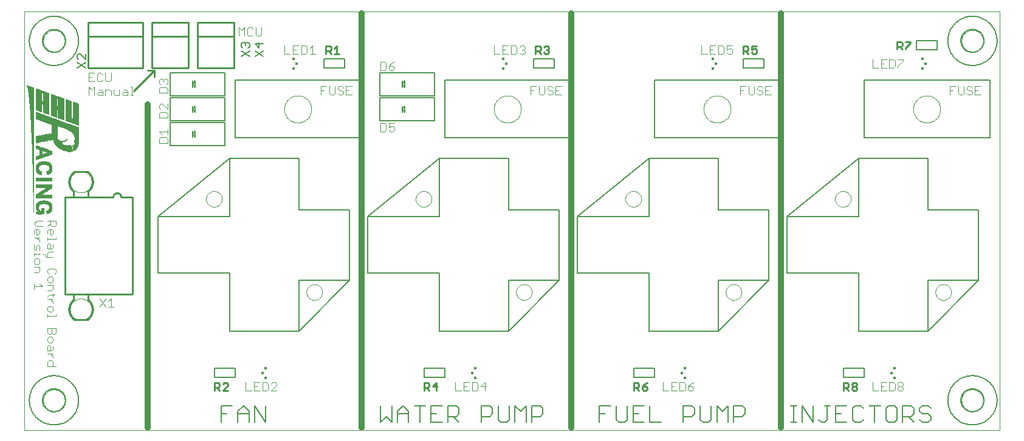
<source format=gto>
G75*
G70*
%OFA0B0*%
%FSLAX24Y24*%
%IPPOS*%
%LPD*%
%AMOC8*
5,1,8,0,0,1.08239X$1,22.5*
%
%ADD10C,0.0000*%
%ADD11C,0.0040*%
%ADD12C,0.0100*%
%ADD13C,0.0320*%
%ADD14C,0.0080*%
%ADD15R,0.0009X0.0018*%
%ADD16R,0.0009X0.0036*%
%ADD17R,0.0009X0.0054*%
%ADD18R,0.0009X0.0090*%
%ADD19R,0.0009X0.0117*%
%ADD20R,0.0009X0.0153*%
%ADD21R,0.0009X0.0189*%
%ADD22R,0.0009X0.0243*%
%ADD23R,0.0009X0.0279*%
%ADD24R,0.0009X0.0342*%
%ADD25R,0.0009X0.0387*%
%ADD26R,0.0009X0.0459*%
%ADD27R,0.0009X0.0522*%
%ADD28R,0.0009X0.0594*%
%ADD29R,0.0009X0.0675*%
%ADD30R,0.0009X0.0765*%
%ADD31R,0.0009X0.0846*%
%ADD32R,0.0009X0.0945*%
%ADD33R,0.0009X0.1053*%
%ADD34R,0.0009X0.1152*%
%ADD35R,0.0009X0.1278*%
%ADD36R,0.0009X0.1395*%
%ADD37R,0.0009X0.1530*%
%ADD38R,0.0009X0.1674*%
%ADD39R,0.0009X0.1818*%
%ADD40R,0.0009X0.1971*%
%ADD41R,0.0009X0.2142*%
%ADD42R,0.0009X0.2322*%
%ADD43R,0.0009X0.2511*%
%ADD44R,0.0009X0.2718*%
%ADD45R,0.0009X0.2925*%
%ADD46R,0.0009X0.3150*%
%ADD47R,0.0009X0.3402*%
%ADD48R,0.0009X0.3654*%
%ADD49R,0.0009X0.3933*%
%ADD50R,0.0009X0.4230*%
%ADD51R,0.0009X0.4563*%
%ADD52R,0.0009X0.4914*%
%ADD53R,0.0009X0.5301*%
%ADD54R,0.0009X0.5742*%
%ADD55R,0.0009X0.6246*%
%ADD56R,0.0009X0.6858*%
%ADD57R,0.0009X0.0180*%
%ADD58R,0.0009X0.0162*%
%ADD59R,0.0009X0.0369*%
%ADD60R,0.0009X0.0360*%
%ADD61R,0.0009X0.0171*%
%ADD62R,0.0009X0.0189*%
%ADD63R,0.0009X0.0252*%
%ADD64R,0.0009X0.0225*%
%ADD65R,0.0009X0.0144*%
%ADD66R,0.0009X0.1161*%
%ADD67R,0.0009X0.0378*%
%ADD68R,0.0009X0.0198*%
%ADD69R,0.0009X0.0306*%
%ADD70R,0.0009X0.0270*%
%ADD71R,0.0009X0.0351*%
%ADD72R,0.0009X0.1170*%
%ADD73R,0.0009X0.0369*%
%ADD74R,0.0009X0.0369*%
%ADD75R,0.0009X0.0180*%
%ADD76R,0.0009X0.0198*%
%ADD77R,0.0009X0.0387*%
%ADD78R,0.0009X0.0189*%
%ADD79R,0.0009X0.0162*%
%ADD80R,0.0009X0.0423*%
%ADD81R,0.0009X0.0207*%
%ADD82R,0.0009X0.1170*%
%ADD83R,0.0009X0.0441*%
%ADD84R,0.0009X0.0216*%
%ADD85R,0.0009X0.0387*%
%ADD86R,0.0009X0.0369*%
%ADD87R,0.0009X0.0477*%
%ADD88R,0.0009X0.0414*%
%ADD89R,0.0009X0.0495*%
%ADD90R,0.0009X0.0432*%
%ADD91R,0.0009X0.0513*%
%ADD92R,0.0009X0.0234*%
%ADD93R,0.0009X0.0450*%
%ADD94R,0.0009X0.0531*%
%ADD95R,0.0009X0.0468*%
%ADD96R,0.0009X0.0549*%
%ADD97R,0.0009X0.0486*%
%ADD98R,0.0009X0.0567*%
%ADD99R,0.0009X0.0252*%
%ADD100R,0.0009X0.0585*%
%ADD101R,0.0009X0.0261*%
%ADD102R,0.0009X0.0675*%
%ADD103R,0.0009X0.1161*%
%ADD104R,0.0009X0.0378*%
%ADD105R,0.0009X0.0594*%
%ADD106R,0.0009X0.0261*%
%ADD107R,0.0009X0.0684*%
%ADD108R,0.0009X0.0612*%
%ADD109R,0.0009X0.0684*%
%ADD110R,0.0009X0.0630*%
%ADD111R,0.0009X0.0693*%
%ADD112R,0.0009X0.0288*%
%ADD113R,0.0009X0.0333*%
%ADD114R,0.0009X0.0297*%
%ADD115R,0.0009X0.0171*%
%ADD116R,0.0009X0.0243*%
%ADD117R,0.0009X0.0297*%
%ADD118R,0.0009X0.0279*%
%ADD119R,0.0009X0.0234*%
%ADD120R,0.0009X0.0234*%
%ADD121R,0.0009X0.0315*%
%ADD122R,0.0009X0.0666*%
%ADD123R,0.0009X0.0657*%
%ADD124R,0.0009X0.0216*%
%ADD125R,0.0009X0.0324*%
%ADD126R,0.0009X0.0225*%
%ADD127R,0.0009X0.0648*%
%ADD128R,0.0009X0.0207*%
%ADD129R,0.0009X0.0639*%
%ADD130R,0.0009X0.0342*%
%ADD131R,0.0009X0.0621*%
%ADD132R,0.0009X0.0207*%
%ADD133R,0.0009X0.0351*%
%ADD134R,0.0009X0.0621*%
%ADD135R,0.0009X0.0603*%
%ADD136R,0.0009X0.0135*%
%ADD137R,0.0009X0.0342*%
%ADD138R,0.0009X0.0099*%
%ADD139R,0.0009X0.0576*%
%ADD140R,0.0009X0.0045*%
%ADD141R,0.0009X0.0396*%
%ADD142R,0.0009X0.0135*%
%ADD143R,0.0009X0.0009*%
%ADD144R,0.0009X0.0405*%
%ADD145R,0.0009X0.0567*%
%ADD146R,0.0009X0.0414*%
%ADD147R,0.0009X0.0162*%
%ADD148R,0.0009X0.0360*%
%ADD149R,0.0009X0.0144*%
%ADD150R,0.0009X0.0189*%
%ADD151R,0.0009X0.0036*%
%ADD152R,0.0009X0.0396*%
%ADD153R,0.0009X0.0027*%
%ADD154R,0.0009X0.0063*%
%ADD155R,0.0009X0.0108*%
%ADD156R,0.0009X0.0162*%
%ADD157R,0.0009X0.0342*%
%ADD158R,0.0009X0.0207*%
%ADD159R,0.0009X0.0324*%
%ADD160R,0.0009X0.0306*%
%ADD161R,0.0009X0.0315*%
%ADD162R,0.0009X0.0297*%
%ADD163R,0.0009X0.0612*%
%ADD164R,0.0009X0.0558*%
%ADD165R,0.0009X0.0531*%
%ADD166R,0.0009X0.0252*%
%ADD167R,0.0009X0.0513*%
%ADD168R,0.0009X0.0459*%
%ADD169R,0.0009X0.0450*%
%ADD170R,0.0009X0.0414*%
%ADD171R,0.0009X0.1215*%
%ADD172R,0.0009X0.1215*%
%ADD173R,0.0009X0.1206*%
%ADD174R,0.0009X0.1197*%
%ADD175R,0.0009X0.1179*%
%ADD176R,0.0009X0.1188*%
%ADD177R,0.0009X0.1188*%
%ADD178R,0.0009X0.1224*%
%ADD179R,0.0009X0.1260*%
%ADD180R,0.0009X0.1296*%
%ADD181R,0.0009X0.1305*%
%ADD182R,0.0009X0.1323*%
%ADD183R,0.0009X0.1332*%
%ADD184R,0.0009X0.1350*%
%ADD185R,0.0009X0.1368*%
%ADD186R,0.0009X0.1368*%
%ADD187R,0.0009X0.1386*%
%ADD188R,0.0009X0.1404*%
%ADD189R,0.0009X0.1413*%
%ADD190R,0.0009X0.1422*%
%ADD191R,0.0009X0.1422*%
%ADD192R,0.0009X0.1440*%
%ADD193R,0.0009X0.1449*%
%ADD194R,0.0009X0.1179*%
%ADD195R,0.0009X0.1458*%
%ADD196R,0.0009X0.1458*%
%ADD197R,0.0009X0.1467*%
%ADD198R,0.0009X0.1476*%
%ADD199R,0.0009X0.0144*%
%ADD200R,0.0009X0.1485*%
%ADD201R,0.0009X0.1494*%
%ADD202R,0.0009X0.0459*%
%ADD203R,0.0009X0.1179*%
%ADD204R,0.0009X0.0441*%
%ADD205R,0.0009X0.0432*%
%ADD206R,0.0009X0.0432*%
%ADD207R,0.0009X0.1179*%
%ADD208R,0.0009X0.0468*%
%ADD209R,0.0009X0.0486*%
%ADD210R,0.0009X0.0072*%
%ADD211R,0.0009X0.0054*%
%ADD212R,0.0009X0.0045*%
%ADD213R,0.0009X0.0054*%
%ADD214R,0.0009X0.0072*%
%ADD215R,0.0009X0.0324*%
%ADD216R,0.0009X0.0081*%
%ADD217R,0.0009X0.0081*%
%ADD218R,0.0009X0.0072*%
%ADD219R,0.0009X0.0027*%
%ADD220R,0.0009X0.0324*%
%ADD221R,0.0009X0.0279*%
%ADD222R,0.0009X0.0405*%
%ADD223R,0.0009X0.0027*%
%ADD224R,0.0009X0.0252*%
%ADD225R,0.0009X0.0063*%
%ADD226R,0.0009X0.0540*%
%ADD227R,0.0009X0.0558*%
%ADD228R,0.0009X0.0972*%
%ADD229R,0.0009X0.1008*%
%ADD230R,0.0009X0.1314*%
%ADD231R,0.0009X0.1314*%
%ADD232R,0.0009X0.1287*%
%ADD233R,0.0009X0.1260*%
%ADD234R,0.0009X0.1251*%
%ADD235R,0.0009X0.1242*%
%ADD236R,0.0009X0.1197*%
%ADD237R,0.0009X0.1152*%
%ADD238R,0.0009X0.1143*%
%ADD239R,0.0009X0.1116*%
%ADD240R,0.0009X0.1089*%
%ADD241R,0.0009X0.1062*%
%ADD242R,0.0009X0.1035*%
%ADD243R,0.0009X0.0999*%
%ADD244R,0.0009X0.0954*%
%ADD245R,0.0009X0.0909*%
%ADD246R,0.0009X0.0819*%
%ADD247C,0.0050*%
%ADD248C,0.0090*%
%ADD249R,0.0167X0.0128*%
%ADD250R,0.0138X0.0138*%
%ADD251C,0.0060*%
D10*
X000180Y000180D02*
X000180Y023175D01*
X053672Y023175D01*
X053672Y000180D01*
X000180Y000180D01*
X001214Y001805D02*
X001216Y001853D01*
X001222Y001901D01*
X001232Y001948D01*
X001245Y001994D01*
X001263Y002039D01*
X001283Y002083D01*
X001308Y002125D01*
X001336Y002164D01*
X001366Y002201D01*
X001400Y002235D01*
X001437Y002267D01*
X001475Y002296D01*
X001516Y002321D01*
X001559Y002343D01*
X001604Y002361D01*
X001650Y002375D01*
X001697Y002386D01*
X001745Y002393D01*
X001793Y002396D01*
X001841Y002395D01*
X001889Y002390D01*
X001937Y002381D01*
X001983Y002369D01*
X002028Y002352D01*
X002072Y002332D01*
X002114Y002309D01*
X002154Y002282D01*
X002192Y002252D01*
X002227Y002219D01*
X002259Y002183D01*
X002289Y002145D01*
X002315Y002104D01*
X002337Y002061D01*
X002357Y002017D01*
X002372Y001972D01*
X002384Y001925D01*
X002392Y001877D01*
X002396Y001829D01*
X002396Y001781D01*
X002392Y001733D01*
X002384Y001685D01*
X002372Y001638D01*
X002357Y001593D01*
X002337Y001549D01*
X002315Y001506D01*
X002289Y001465D01*
X002259Y001427D01*
X002227Y001391D01*
X002192Y001358D01*
X002154Y001328D01*
X002114Y001301D01*
X002072Y001278D01*
X002028Y001258D01*
X001983Y001241D01*
X001937Y001229D01*
X001889Y001220D01*
X001841Y001215D01*
X001793Y001214D01*
X001745Y001217D01*
X001697Y001224D01*
X001650Y001235D01*
X001604Y001249D01*
X001559Y001267D01*
X001516Y001289D01*
X001475Y001314D01*
X001437Y001343D01*
X001400Y001375D01*
X001366Y001409D01*
X001336Y001446D01*
X001308Y001485D01*
X001283Y001527D01*
X001263Y001571D01*
X001245Y001616D01*
X001232Y001662D01*
X001222Y001709D01*
X001216Y001757D01*
X001214Y001805D01*
X002687Y006801D02*
X002689Y006849D01*
X002695Y006897D01*
X002705Y006944D01*
X002718Y006990D01*
X002736Y007035D01*
X002756Y007079D01*
X002781Y007121D01*
X002809Y007160D01*
X002839Y007197D01*
X002873Y007231D01*
X002910Y007263D01*
X002948Y007292D01*
X002989Y007317D01*
X003032Y007339D01*
X003077Y007357D01*
X003123Y007371D01*
X003170Y007382D01*
X003218Y007389D01*
X003266Y007392D01*
X003314Y007391D01*
X003362Y007386D01*
X003410Y007377D01*
X003456Y007365D01*
X003501Y007348D01*
X003545Y007328D01*
X003587Y007305D01*
X003627Y007278D01*
X003665Y007248D01*
X003700Y007215D01*
X003732Y007179D01*
X003762Y007141D01*
X003788Y007100D01*
X003810Y007057D01*
X003830Y007013D01*
X003845Y006968D01*
X003857Y006921D01*
X003865Y006873D01*
X003869Y006825D01*
X003869Y006777D01*
X003865Y006729D01*
X003857Y006681D01*
X003845Y006634D01*
X003830Y006589D01*
X003810Y006545D01*
X003788Y006502D01*
X003762Y006461D01*
X003732Y006423D01*
X003700Y006387D01*
X003665Y006354D01*
X003627Y006324D01*
X003587Y006297D01*
X003545Y006274D01*
X003501Y006254D01*
X003456Y006237D01*
X003410Y006225D01*
X003362Y006216D01*
X003314Y006211D01*
X003266Y006210D01*
X003218Y006213D01*
X003170Y006220D01*
X003123Y006231D01*
X003077Y006245D01*
X003032Y006263D01*
X002989Y006285D01*
X002948Y006310D01*
X002910Y006339D01*
X002873Y006371D01*
X002839Y006405D01*
X002809Y006442D01*
X002781Y006481D01*
X002756Y006523D01*
X002736Y006567D01*
X002718Y006612D01*
X002705Y006658D01*
X002695Y006705D01*
X002689Y006753D01*
X002687Y006801D01*
X010145Y012864D02*
X010147Y012905D01*
X010153Y012946D01*
X010163Y012986D01*
X010176Y013025D01*
X010193Y013062D01*
X010214Y013098D01*
X010238Y013132D01*
X010265Y013163D01*
X010294Y013191D01*
X010327Y013217D01*
X010361Y013239D01*
X010398Y013258D01*
X010436Y013273D01*
X010476Y013285D01*
X010516Y013293D01*
X010557Y013297D01*
X010599Y013297D01*
X010640Y013293D01*
X010680Y013285D01*
X010720Y013273D01*
X010758Y013258D01*
X010794Y013239D01*
X010829Y013217D01*
X010862Y013191D01*
X010891Y013163D01*
X010918Y013132D01*
X010942Y013098D01*
X010963Y013062D01*
X010980Y013025D01*
X010993Y012986D01*
X011003Y012946D01*
X011009Y012905D01*
X011011Y012864D01*
X011009Y012823D01*
X011003Y012782D01*
X010993Y012742D01*
X010980Y012703D01*
X010963Y012666D01*
X010942Y012630D01*
X010918Y012596D01*
X010891Y012565D01*
X010862Y012537D01*
X010829Y012511D01*
X010795Y012489D01*
X010758Y012470D01*
X010720Y012455D01*
X010680Y012443D01*
X010640Y012435D01*
X010599Y012431D01*
X010557Y012431D01*
X010516Y012435D01*
X010476Y012443D01*
X010436Y012455D01*
X010398Y012470D01*
X010362Y012489D01*
X010327Y012511D01*
X010294Y012537D01*
X010265Y012565D01*
X010238Y012596D01*
X010214Y012630D01*
X010193Y012666D01*
X010176Y012703D01*
X010163Y012742D01*
X010153Y012782D01*
X010147Y012823D01*
X010145Y012864D01*
X002687Y013809D02*
X002689Y013857D01*
X002695Y013905D01*
X002705Y013952D01*
X002718Y013998D01*
X002736Y014043D01*
X002756Y014087D01*
X002781Y014129D01*
X002809Y014168D01*
X002839Y014205D01*
X002873Y014239D01*
X002910Y014271D01*
X002948Y014300D01*
X002989Y014325D01*
X003032Y014347D01*
X003077Y014365D01*
X003123Y014379D01*
X003170Y014390D01*
X003218Y014397D01*
X003266Y014400D01*
X003314Y014399D01*
X003362Y014394D01*
X003410Y014385D01*
X003456Y014373D01*
X003501Y014356D01*
X003545Y014336D01*
X003587Y014313D01*
X003627Y014286D01*
X003665Y014256D01*
X003700Y014223D01*
X003732Y014187D01*
X003762Y014149D01*
X003788Y014108D01*
X003810Y014065D01*
X003830Y014021D01*
X003845Y013976D01*
X003857Y013929D01*
X003865Y013881D01*
X003869Y013833D01*
X003869Y013785D01*
X003865Y013737D01*
X003857Y013689D01*
X003845Y013642D01*
X003830Y013597D01*
X003810Y013553D01*
X003788Y013510D01*
X003762Y013469D01*
X003732Y013431D01*
X003700Y013395D01*
X003665Y013362D01*
X003627Y013332D01*
X003587Y013305D01*
X003545Y013282D01*
X003501Y013262D01*
X003456Y013245D01*
X003410Y013233D01*
X003362Y013224D01*
X003314Y013219D01*
X003266Y013218D01*
X003218Y013221D01*
X003170Y013228D01*
X003123Y013239D01*
X003077Y013253D01*
X003032Y013271D01*
X002989Y013293D01*
X002948Y013318D01*
X002910Y013347D01*
X002873Y013379D01*
X002839Y013413D01*
X002809Y013450D01*
X002781Y013489D01*
X002756Y013531D01*
X002736Y013575D01*
X002718Y013620D01*
X002705Y013666D01*
X002695Y013713D01*
X002689Y013761D01*
X002687Y013809D01*
X014436Y017805D02*
X014438Y017859D01*
X014444Y017913D01*
X014454Y017967D01*
X014468Y018019D01*
X014485Y018071D01*
X014506Y018121D01*
X014531Y018169D01*
X014560Y018216D01*
X014591Y018260D01*
X014626Y018301D01*
X014664Y018341D01*
X014704Y018377D01*
X014747Y018410D01*
X014792Y018440D01*
X014840Y018467D01*
X014889Y018490D01*
X014940Y018509D01*
X014992Y018525D01*
X015045Y018537D01*
X015099Y018545D01*
X015153Y018549D01*
X015207Y018549D01*
X015261Y018545D01*
X015315Y018537D01*
X015368Y018525D01*
X015420Y018509D01*
X015471Y018490D01*
X015520Y018467D01*
X015568Y018440D01*
X015613Y018410D01*
X015656Y018377D01*
X015696Y018341D01*
X015734Y018301D01*
X015769Y018260D01*
X015800Y018216D01*
X015829Y018169D01*
X015854Y018121D01*
X015875Y018071D01*
X015892Y018019D01*
X015906Y017967D01*
X015916Y017913D01*
X015922Y017859D01*
X015924Y017805D01*
X015922Y017751D01*
X015916Y017697D01*
X015906Y017643D01*
X015892Y017591D01*
X015875Y017539D01*
X015854Y017489D01*
X015829Y017441D01*
X015800Y017394D01*
X015769Y017350D01*
X015734Y017309D01*
X015696Y017269D01*
X015656Y017233D01*
X015613Y017200D01*
X015568Y017170D01*
X015520Y017143D01*
X015471Y017120D01*
X015420Y017101D01*
X015368Y017085D01*
X015315Y017073D01*
X015261Y017065D01*
X015207Y017061D01*
X015153Y017061D01*
X015099Y017065D01*
X015045Y017073D01*
X014992Y017085D01*
X014940Y017101D01*
X014889Y017120D01*
X014840Y017143D01*
X014792Y017170D01*
X014747Y017200D01*
X014704Y017233D01*
X014664Y017269D01*
X014626Y017309D01*
X014591Y017350D01*
X014560Y017394D01*
X014531Y017441D01*
X014506Y017489D01*
X014485Y017539D01*
X014468Y017591D01*
X014454Y017643D01*
X014444Y017697D01*
X014438Y017751D01*
X014436Y017805D01*
X021645Y012864D02*
X021647Y012905D01*
X021653Y012946D01*
X021663Y012986D01*
X021676Y013025D01*
X021693Y013062D01*
X021714Y013098D01*
X021738Y013132D01*
X021765Y013163D01*
X021794Y013191D01*
X021827Y013217D01*
X021861Y013239D01*
X021898Y013258D01*
X021936Y013273D01*
X021976Y013285D01*
X022016Y013293D01*
X022057Y013297D01*
X022099Y013297D01*
X022140Y013293D01*
X022180Y013285D01*
X022220Y013273D01*
X022258Y013258D01*
X022294Y013239D01*
X022329Y013217D01*
X022362Y013191D01*
X022391Y013163D01*
X022418Y013132D01*
X022442Y013098D01*
X022463Y013062D01*
X022480Y013025D01*
X022493Y012986D01*
X022503Y012946D01*
X022509Y012905D01*
X022511Y012864D01*
X022509Y012823D01*
X022503Y012782D01*
X022493Y012742D01*
X022480Y012703D01*
X022463Y012666D01*
X022442Y012630D01*
X022418Y012596D01*
X022391Y012565D01*
X022362Y012537D01*
X022329Y012511D01*
X022295Y012489D01*
X022258Y012470D01*
X022220Y012455D01*
X022180Y012443D01*
X022140Y012435D01*
X022099Y012431D01*
X022057Y012431D01*
X022016Y012435D01*
X021976Y012443D01*
X021936Y012455D01*
X021898Y012470D01*
X021862Y012489D01*
X021827Y012511D01*
X021794Y012537D01*
X021765Y012565D01*
X021738Y012596D01*
X021714Y012630D01*
X021693Y012666D01*
X021676Y012703D01*
X021663Y012742D01*
X021653Y012782D01*
X021647Y012823D01*
X021645Y012864D01*
X025936Y017805D02*
X025938Y017859D01*
X025944Y017913D01*
X025954Y017967D01*
X025968Y018019D01*
X025985Y018071D01*
X026006Y018121D01*
X026031Y018169D01*
X026060Y018216D01*
X026091Y018260D01*
X026126Y018301D01*
X026164Y018341D01*
X026204Y018377D01*
X026247Y018410D01*
X026292Y018440D01*
X026340Y018467D01*
X026389Y018490D01*
X026440Y018509D01*
X026492Y018525D01*
X026545Y018537D01*
X026599Y018545D01*
X026653Y018549D01*
X026707Y018549D01*
X026761Y018545D01*
X026815Y018537D01*
X026868Y018525D01*
X026920Y018509D01*
X026971Y018490D01*
X027020Y018467D01*
X027068Y018440D01*
X027113Y018410D01*
X027156Y018377D01*
X027196Y018341D01*
X027234Y018301D01*
X027269Y018260D01*
X027300Y018216D01*
X027329Y018169D01*
X027354Y018121D01*
X027375Y018071D01*
X027392Y018019D01*
X027406Y017967D01*
X027416Y017913D01*
X027422Y017859D01*
X027424Y017805D01*
X027422Y017751D01*
X027416Y017697D01*
X027406Y017643D01*
X027392Y017591D01*
X027375Y017539D01*
X027354Y017489D01*
X027329Y017441D01*
X027300Y017394D01*
X027269Y017350D01*
X027234Y017309D01*
X027196Y017269D01*
X027156Y017233D01*
X027113Y017200D01*
X027068Y017170D01*
X027020Y017143D01*
X026971Y017120D01*
X026920Y017101D01*
X026868Y017085D01*
X026815Y017073D01*
X026761Y017065D01*
X026707Y017061D01*
X026653Y017061D01*
X026599Y017065D01*
X026545Y017073D01*
X026492Y017085D01*
X026440Y017101D01*
X026389Y017120D01*
X026340Y017143D01*
X026292Y017170D01*
X026247Y017200D01*
X026204Y017233D01*
X026164Y017269D01*
X026126Y017309D01*
X026091Y017350D01*
X026060Y017394D01*
X026031Y017441D01*
X026006Y017489D01*
X025985Y017539D01*
X025968Y017591D01*
X025954Y017643D01*
X025944Y017697D01*
X025938Y017751D01*
X025936Y017805D01*
X033145Y012864D02*
X033147Y012905D01*
X033153Y012946D01*
X033163Y012986D01*
X033176Y013025D01*
X033193Y013062D01*
X033214Y013098D01*
X033238Y013132D01*
X033265Y013163D01*
X033294Y013191D01*
X033327Y013217D01*
X033361Y013239D01*
X033398Y013258D01*
X033436Y013273D01*
X033476Y013285D01*
X033516Y013293D01*
X033557Y013297D01*
X033599Y013297D01*
X033640Y013293D01*
X033680Y013285D01*
X033720Y013273D01*
X033758Y013258D01*
X033794Y013239D01*
X033829Y013217D01*
X033862Y013191D01*
X033891Y013163D01*
X033918Y013132D01*
X033942Y013098D01*
X033963Y013062D01*
X033980Y013025D01*
X033993Y012986D01*
X034003Y012946D01*
X034009Y012905D01*
X034011Y012864D01*
X034009Y012823D01*
X034003Y012782D01*
X033993Y012742D01*
X033980Y012703D01*
X033963Y012666D01*
X033942Y012630D01*
X033918Y012596D01*
X033891Y012565D01*
X033862Y012537D01*
X033829Y012511D01*
X033795Y012489D01*
X033758Y012470D01*
X033720Y012455D01*
X033680Y012443D01*
X033640Y012435D01*
X033599Y012431D01*
X033557Y012431D01*
X033516Y012435D01*
X033476Y012443D01*
X033436Y012455D01*
X033398Y012470D01*
X033362Y012489D01*
X033327Y012511D01*
X033294Y012537D01*
X033265Y012565D01*
X033238Y012596D01*
X033214Y012630D01*
X033193Y012666D01*
X033176Y012703D01*
X033163Y012742D01*
X033153Y012782D01*
X033147Y012823D01*
X033145Y012864D01*
X037436Y017805D02*
X037438Y017859D01*
X037444Y017913D01*
X037454Y017967D01*
X037468Y018019D01*
X037485Y018071D01*
X037506Y018121D01*
X037531Y018169D01*
X037560Y018216D01*
X037591Y018260D01*
X037626Y018301D01*
X037664Y018341D01*
X037704Y018377D01*
X037747Y018410D01*
X037792Y018440D01*
X037840Y018467D01*
X037889Y018490D01*
X037940Y018509D01*
X037992Y018525D01*
X038045Y018537D01*
X038099Y018545D01*
X038153Y018549D01*
X038207Y018549D01*
X038261Y018545D01*
X038315Y018537D01*
X038368Y018525D01*
X038420Y018509D01*
X038471Y018490D01*
X038520Y018467D01*
X038568Y018440D01*
X038613Y018410D01*
X038656Y018377D01*
X038696Y018341D01*
X038734Y018301D01*
X038769Y018260D01*
X038800Y018216D01*
X038829Y018169D01*
X038854Y018121D01*
X038875Y018071D01*
X038892Y018019D01*
X038906Y017967D01*
X038916Y017913D01*
X038922Y017859D01*
X038924Y017805D01*
X038922Y017751D01*
X038916Y017697D01*
X038906Y017643D01*
X038892Y017591D01*
X038875Y017539D01*
X038854Y017489D01*
X038829Y017441D01*
X038800Y017394D01*
X038769Y017350D01*
X038734Y017309D01*
X038696Y017269D01*
X038656Y017233D01*
X038613Y017200D01*
X038568Y017170D01*
X038520Y017143D01*
X038471Y017120D01*
X038420Y017101D01*
X038368Y017085D01*
X038315Y017073D01*
X038261Y017065D01*
X038207Y017061D01*
X038153Y017061D01*
X038099Y017065D01*
X038045Y017073D01*
X037992Y017085D01*
X037940Y017101D01*
X037889Y017120D01*
X037840Y017143D01*
X037792Y017170D01*
X037747Y017200D01*
X037704Y017233D01*
X037664Y017269D01*
X037626Y017309D01*
X037591Y017350D01*
X037560Y017394D01*
X037531Y017441D01*
X037506Y017489D01*
X037485Y017539D01*
X037468Y017591D01*
X037454Y017643D01*
X037444Y017697D01*
X037438Y017751D01*
X037436Y017805D01*
X044645Y012864D02*
X044647Y012905D01*
X044653Y012946D01*
X044663Y012986D01*
X044676Y013025D01*
X044693Y013062D01*
X044714Y013098D01*
X044738Y013132D01*
X044765Y013163D01*
X044794Y013191D01*
X044827Y013217D01*
X044861Y013239D01*
X044898Y013258D01*
X044936Y013273D01*
X044976Y013285D01*
X045016Y013293D01*
X045057Y013297D01*
X045099Y013297D01*
X045140Y013293D01*
X045180Y013285D01*
X045220Y013273D01*
X045258Y013258D01*
X045294Y013239D01*
X045329Y013217D01*
X045362Y013191D01*
X045391Y013163D01*
X045418Y013132D01*
X045442Y013098D01*
X045463Y013062D01*
X045480Y013025D01*
X045493Y012986D01*
X045503Y012946D01*
X045509Y012905D01*
X045511Y012864D01*
X045509Y012823D01*
X045503Y012782D01*
X045493Y012742D01*
X045480Y012703D01*
X045463Y012666D01*
X045442Y012630D01*
X045418Y012596D01*
X045391Y012565D01*
X045362Y012537D01*
X045329Y012511D01*
X045295Y012489D01*
X045258Y012470D01*
X045220Y012455D01*
X045180Y012443D01*
X045140Y012435D01*
X045099Y012431D01*
X045057Y012431D01*
X045016Y012435D01*
X044976Y012443D01*
X044936Y012455D01*
X044898Y012470D01*
X044862Y012489D01*
X044827Y012511D01*
X044794Y012537D01*
X044765Y012565D01*
X044738Y012596D01*
X044714Y012630D01*
X044693Y012666D01*
X044676Y012703D01*
X044663Y012742D01*
X044653Y012782D01*
X044647Y012823D01*
X044645Y012864D01*
X048936Y017805D02*
X048938Y017859D01*
X048944Y017913D01*
X048954Y017967D01*
X048968Y018019D01*
X048985Y018071D01*
X049006Y018121D01*
X049031Y018169D01*
X049060Y018216D01*
X049091Y018260D01*
X049126Y018301D01*
X049164Y018341D01*
X049204Y018377D01*
X049247Y018410D01*
X049292Y018440D01*
X049340Y018467D01*
X049389Y018490D01*
X049440Y018509D01*
X049492Y018525D01*
X049545Y018537D01*
X049599Y018545D01*
X049653Y018549D01*
X049707Y018549D01*
X049761Y018545D01*
X049815Y018537D01*
X049868Y018525D01*
X049920Y018509D01*
X049971Y018490D01*
X050020Y018467D01*
X050068Y018440D01*
X050113Y018410D01*
X050156Y018377D01*
X050196Y018341D01*
X050234Y018301D01*
X050269Y018260D01*
X050300Y018216D01*
X050329Y018169D01*
X050354Y018121D01*
X050375Y018071D01*
X050392Y018019D01*
X050406Y017967D01*
X050416Y017913D01*
X050422Y017859D01*
X050424Y017805D01*
X050422Y017751D01*
X050416Y017697D01*
X050406Y017643D01*
X050392Y017591D01*
X050375Y017539D01*
X050354Y017489D01*
X050329Y017441D01*
X050300Y017394D01*
X050269Y017350D01*
X050234Y017309D01*
X050196Y017269D01*
X050156Y017233D01*
X050113Y017200D01*
X050068Y017170D01*
X050020Y017143D01*
X049971Y017120D01*
X049920Y017101D01*
X049868Y017085D01*
X049815Y017073D01*
X049761Y017065D01*
X049707Y017061D01*
X049653Y017061D01*
X049599Y017065D01*
X049545Y017073D01*
X049492Y017085D01*
X049440Y017101D01*
X049389Y017120D01*
X049340Y017143D01*
X049292Y017170D01*
X049247Y017200D01*
X049204Y017233D01*
X049164Y017269D01*
X049126Y017309D01*
X049091Y017350D01*
X049060Y017394D01*
X049031Y017441D01*
X049006Y017489D01*
X048985Y017539D01*
X048968Y017591D01*
X048954Y017643D01*
X048944Y017697D01*
X048938Y017751D01*
X048936Y017805D01*
X051589Y021555D02*
X051591Y021603D01*
X051597Y021651D01*
X051607Y021698D01*
X051620Y021744D01*
X051638Y021789D01*
X051658Y021833D01*
X051683Y021875D01*
X051711Y021914D01*
X051741Y021951D01*
X051775Y021985D01*
X051812Y022017D01*
X051850Y022046D01*
X051891Y022071D01*
X051934Y022093D01*
X051979Y022111D01*
X052025Y022125D01*
X052072Y022136D01*
X052120Y022143D01*
X052168Y022146D01*
X052216Y022145D01*
X052264Y022140D01*
X052312Y022131D01*
X052358Y022119D01*
X052403Y022102D01*
X052447Y022082D01*
X052489Y022059D01*
X052529Y022032D01*
X052567Y022002D01*
X052602Y021969D01*
X052634Y021933D01*
X052664Y021895D01*
X052690Y021854D01*
X052712Y021811D01*
X052732Y021767D01*
X052747Y021722D01*
X052759Y021675D01*
X052767Y021627D01*
X052771Y021579D01*
X052771Y021531D01*
X052767Y021483D01*
X052759Y021435D01*
X052747Y021388D01*
X052732Y021343D01*
X052712Y021299D01*
X052690Y021256D01*
X052664Y021215D01*
X052634Y021177D01*
X052602Y021141D01*
X052567Y021108D01*
X052529Y021078D01*
X052489Y021051D01*
X052447Y021028D01*
X052403Y021008D01*
X052358Y020991D01*
X052312Y020979D01*
X052264Y020970D01*
X052216Y020965D01*
X052168Y020964D01*
X052120Y020967D01*
X052072Y020974D01*
X052025Y020985D01*
X051979Y020999D01*
X051934Y021017D01*
X051891Y021039D01*
X051850Y021064D01*
X051812Y021093D01*
X051775Y021125D01*
X051741Y021159D01*
X051711Y021196D01*
X051683Y021235D01*
X051658Y021277D01*
X051638Y021321D01*
X051620Y021366D01*
X051607Y021412D01*
X051597Y021459D01*
X051591Y021507D01*
X051589Y021555D01*
X050156Y007746D02*
X050158Y007787D01*
X050164Y007828D01*
X050174Y007868D01*
X050187Y007907D01*
X050204Y007944D01*
X050225Y007980D01*
X050249Y008014D01*
X050276Y008045D01*
X050305Y008073D01*
X050338Y008099D01*
X050372Y008121D01*
X050409Y008140D01*
X050447Y008155D01*
X050487Y008167D01*
X050527Y008175D01*
X050568Y008179D01*
X050610Y008179D01*
X050651Y008175D01*
X050691Y008167D01*
X050731Y008155D01*
X050769Y008140D01*
X050805Y008121D01*
X050840Y008099D01*
X050873Y008073D01*
X050902Y008045D01*
X050929Y008014D01*
X050953Y007980D01*
X050974Y007944D01*
X050991Y007907D01*
X051004Y007868D01*
X051014Y007828D01*
X051020Y007787D01*
X051022Y007746D01*
X051020Y007705D01*
X051014Y007664D01*
X051004Y007624D01*
X050991Y007585D01*
X050974Y007548D01*
X050953Y007512D01*
X050929Y007478D01*
X050902Y007447D01*
X050873Y007419D01*
X050840Y007393D01*
X050806Y007371D01*
X050769Y007352D01*
X050731Y007337D01*
X050691Y007325D01*
X050651Y007317D01*
X050610Y007313D01*
X050568Y007313D01*
X050527Y007317D01*
X050487Y007325D01*
X050447Y007337D01*
X050409Y007352D01*
X050373Y007371D01*
X050338Y007393D01*
X050305Y007419D01*
X050276Y007447D01*
X050249Y007478D01*
X050225Y007512D01*
X050204Y007548D01*
X050187Y007585D01*
X050174Y007624D01*
X050164Y007664D01*
X050158Y007705D01*
X050156Y007746D01*
X038656Y007746D02*
X038658Y007787D01*
X038664Y007828D01*
X038674Y007868D01*
X038687Y007907D01*
X038704Y007944D01*
X038725Y007980D01*
X038749Y008014D01*
X038776Y008045D01*
X038805Y008073D01*
X038838Y008099D01*
X038872Y008121D01*
X038909Y008140D01*
X038947Y008155D01*
X038987Y008167D01*
X039027Y008175D01*
X039068Y008179D01*
X039110Y008179D01*
X039151Y008175D01*
X039191Y008167D01*
X039231Y008155D01*
X039269Y008140D01*
X039305Y008121D01*
X039340Y008099D01*
X039373Y008073D01*
X039402Y008045D01*
X039429Y008014D01*
X039453Y007980D01*
X039474Y007944D01*
X039491Y007907D01*
X039504Y007868D01*
X039514Y007828D01*
X039520Y007787D01*
X039522Y007746D01*
X039520Y007705D01*
X039514Y007664D01*
X039504Y007624D01*
X039491Y007585D01*
X039474Y007548D01*
X039453Y007512D01*
X039429Y007478D01*
X039402Y007447D01*
X039373Y007419D01*
X039340Y007393D01*
X039306Y007371D01*
X039269Y007352D01*
X039231Y007337D01*
X039191Y007325D01*
X039151Y007317D01*
X039110Y007313D01*
X039068Y007313D01*
X039027Y007317D01*
X038987Y007325D01*
X038947Y007337D01*
X038909Y007352D01*
X038873Y007371D01*
X038838Y007393D01*
X038805Y007419D01*
X038776Y007447D01*
X038749Y007478D01*
X038725Y007512D01*
X038704Y007548D01*
X038687Y007585D01*
X038674Y007624D01*
X038664Y007664D01*
X038658Y007705D01*
X038656Y007746D01*
X027156Y007746D02*
X027158Y007787D01*
X027164Y007828D01*
X027174Y007868D01*
X027187Y007907D01*
X027204Y007944D01*
X027225Y007980D01*
X027249Y008014D01*
X027276Y008045D01*
X027305Y008073D01*
X027338Y008099D01*
X027372Y008121D01*
X027409Y008140D01*
X027447Y008155D01*
X027487Y008167D01*
X027527Y008175D01*
X027568Y008179D01*
X027610Y008179D01*
X027651Y008175D01*
X027691Y008167D01*
X027731Y008155D01*
X027769Y008140D01*
X027805Y008121D01*
X027840Y008099D01*
X027873Y008073D01*
X027902Y008045D01*
X027929Y008014D01*
X027953Y007980D01*
X027974Y007944D01*
X027991Y007907D01*
X028004Y007868D01*
X028014Y007828D01*
X028020Y007787D01*
X028022Y007746D01*
X028020Y007705D01*
X028014Y007664D01*
X028004Y007624D01*
X027991Y007585D01*
X027974Y007548D01*
X027953Y007512D01*
X027929Y007478D01*
X027902Y007447D01*
X027873Y007419D01*
X027840Y007393D01*
X027806Y007371D01*
X027769Y007352D01*
X027731Y007337D01*
X027691Y007325D01*
X027651Y007317D01*
X027610Y007313D01*
X027568Y007313D01*
X027527Y007317D01*
X027487Y007325D01*
X027447Y007337D01*
X027409Y007352D01*
X027373Y007371D01*
X027338Y007393D01*
X027305Y007419D01*
X027276Y007447D01*
X027249Y007478D01*
X027225Y007512D01*
X027204Y007548D01*
X027187Y007585D01*
X027174Y007624D01*
X027164Y007664D01*
X027158Y007705D01*
X027156Y007746D01*
X015656Y007746D02*
X015658Y007787D01*
X015664Y007828D01*
X015674Y007868D01*
X015687Y007907D01*
X015704Y007944D01*
X015725Y007980D01*
X015749Y008014D01*
X015776Y008045D01*
X015805Y008073D01*
X015838Y008099D01*
X015872Y008121D01*
X015909Y008140D01*
X015947Y008155D01*
X015987Y008167D01*
X016027Y008175D01*
X016068Y008179D01*
X016110Y008179D01*
X016151Y008175D01*
X016191Y008167D01*
X016231Y008155D01*
X016269Y008140D01*
X016305Y008121D01*
X016340Y008099D01*
X016373Y008073D01*
X016402Y008045D01*
X016429Y008014D01*
X016453Y007980D01*
X016474Y007944D01*
X016491Y007907D01*
X016504Y007868D01*
X016514Y007828D01*
X016520Y007787D01*
X016522Y007746D01*
X016520Y007705D01*
X016514Y007664D01*
X016504Y007624D01*
X016491Y007585D01*
X016474Y007548D01*
X016453Y007512D01*
X016429Y007478D01*
X016402Y007447D01*
X016373Y007419D01*
X016340Y007393D01*
X016306Y007371D01*
X016269Y007352D01*
X016231Y007337D01*
X016191Y007325D01*
X016151Y007317D01*
X016110Y007313D01*
X016068Y007313D01*
X016027Y007317D01*
X015987Y007325D01*
X015947Y007337D01*
X015909Y007352D01*
X015873Y007371D01*
X015838Y007393D01*
X015805Y007419D01*
X015776Y007447D01*
X015749Y007478D01*
X015725Y007512D01*
X015704Y007548D01*
X015687Y007585D01*
X015674Y007624D01*
X015664Y007664D01*
X015658Y007705D01*
X015656Y007746D01*
X001214Y021555D02*
X001216Y021603D01*
X001222Y021651D01*
X001232Y021698D01*
X001245Y021744D01*
X001263Y021789D01*
X001283Y021833D01*
X001308Y021875D01*
X001336Y021914D01*
X001366Y021951D01*
X001400Y021985D01*
X001437Y022017D01*
X001475Y022046D01*
X001516Y022071D01*
X001559Y022093D01*
X001604Y022111D01*
X001650Y022125D01*
X001697Y022136D01*
X001745Y022143D01*
X001793Y022146D01*
X001841Y022145D01*
X001889Y022140D01*
X001937Y022131D01*
X001983Y022119D01*
X002028Y022102D01*
X002072Y022082D01*
X002114Y022059D01*
X002154Y022032D01*
X002192Y022002D01*
X002227Y021969D01*
X002259Y021933D01*
X002289Y021895D01*
X002315Y021854D01*
X002337Y021811D01*
X002357Y021767D01*
X002372Y021722D01*
X002384Y021675D01*
X002392Y021627D01*
X002396Y021579D01*
X002396Y021531D01*
X002392Y021483D01*
X002384Y021435D01*
X002372Y021388D01*
X002357Y021343D01*
X002337Y021299D01*
X002315Y021256D01*
X002289Y021215D01*
X002259Y021177D01*
X002227Y021141D01*
X002192Y021108D01*
X002154Y021078D01*
X002114Y021051D01*
X002072Y021028D01*
X002028Y021008D01*
X001983Y020991D01*
X001937Y020979D01*
X001889Y020970D01*
X001841Y020965D01*
X001793Y020964D01*
X001745Y020967D01*
X001697Y020974D01*
X001650Y020985D01*
X001604Y020999D01*
X001559Y021017D01*
X001516Y021039D01*
X001475Y021064D01*
X001437Y021093D01*
X001400Y021125D01*
X001366Y021159D01*
X001336Y021196D01*
X001308Y021235D01*
X001283Y021277D01*
X001263Y021321D01*
X001245Y021366D01*
X001232Y021412D01*
X001222Y021459D01*
X001216Y021507D01*
X001214Y021555D01*
X051589Y001805D02*
X051591Y001853D01*
X051597Y001901D01*
X051607Y001948D01*
X051620Y001994D01*
X051638Y002039D01*
X051658Y002083D01*
X051683Y002125D01*
X051711Y002164D01*
X051741Y002201D01*
X051775Y002235D01*
X051812Y002267D01*
X051850Y002296D01*
X051891Y002321D01*
X051934Y002343D01*
X051979Y002361D01*
X052025Y002375D01*
X052072Y002386D01*
X052120Y002393D01*
X052168Y002396D01*
X052216Y002395D01*
X052264Y002390D01*
X052312Y002381D01*
X052358Y002369D01*
X052403Y002352D01*
X052447Y002332D01*
X052489Y002309D01*
X052529Y002282D01*
X052567Y002252D01*
X052602Y002219D01*
X052634Y002183D01*
X052664Y002145D01*
X052690Y002104D01*
X052712Y002061D01*
X052732Y002017D01*
X052747Y001972D01*
X052759Y001925D01*
X052767Y001877D01*
X052771Y001829D01*
X052771Y001781D01*
X052767Y001733D01*
X052759Y001685D01*
X052747Y001638D01*
X052732Y001593D01*
X052712Y001549D01*
X052690Y001506D01*
X052664Y001465D01*
X052634Y001427D01*
X052602Y001391D01*
X052567Y001358D01*
X052529Y001328D01*
X052489Y001301D01*
X052447Y001278D01*
X052403Y001258D01*
X052358Y001241D01*
X052312Y001229D01*
X052264Y001220D01*
X052216Y001215D01*
X052168Y001214D01*
X052120Y001217D01*
X052072Y001224D01*
X052025Y001235D01*
X051979Y001249D01*
X051934Y001267D01*
X051891Y001289D01*
X051850Y001314D01*
X051812Y001343D01*
X051775Y001375D01*
X051741Y001409D01*
X051711Y001446D01*
X051683Y001485D01*
X051658Y001527D01*
X051638Y001571D01*
X051620Y001616D01*
X051607Y001662D01*
X051597Y001709D01*
X051591Y001757D01*
X051589Y001805D01*
D11*
X048388Y002402D02*
X048311Y002325D01*
X048158Y002325D01*
X048081Y002402D01*
X048081Y002478D01*
X048158Y002555D01*
X048311Y002555D01*
X048388Y002478D01*
X048388Y002402D01*
X048311Y002555D02*
X048388Y002632D01*
X048388Y002709D01*
X048311Y002785D01*
X048158Y002785D01*
X048081Y002709D01*
X048081Y002632D01*
X048158Y002555D01*
X047928Y002402D02*
X047851Y002325D01*
X047621Y002325D01*
X047621Y002785D01*
X047851Y002785D01*
X047928Y002709D01*
X047928Y002402D01*
X047467Y002325D02*
X047160Y002325D01*
X047160Y002785D01*
X047467Y002785D01*
X047314Y002555D02*
X047160Y002555D01*
X047007Y002325D02*
X046700Y002325D01*
X046700Y002785D01*
X036888Y002785D02*
X036735Y002709D01*
X036581Y002555D01*
X036811Y002555D01*
X036888Y002478D01*
X036888Y002402D01*
X036811Y002325D01*
X036658Y002325D01*
X036581Y002402D01*
X036581Y002555D01*
X036428Y002402D02*
X036428Y002709D01*
X036351Y002785D01*
X036121Y002785D01*
X036121Y002325D01*
X036351Y002325D01*
X036428Y002402D01*
X035967Y002325D02*
X035660Y002325D01*
X035660Y002785D01*
X035967Y002785D01*
X035814Y002555D02*
X035660Y002555D01*
X035507Y002325D02*
X035200Y002325D01*
X035200Y002785D01*
X025513Y002555D02*
X025206Y002555D01*
X025436Y002785D01*
X025436Y002325D01*
X025053Y002402D02*
X025053Y002709D01*
X024976Y002785D01*
X024746Y002785D01*
X024746Y002325D01*
X024976Y002325D01*
X025053Y002402D01*
X024592Y002325D02*
X024285Y002325D01*
X024285Y002785D01*
X024592Y002785D01*
X024439Y002555D02*
X024285Y002555D01*
X024132Y002325D02*
X023825Y002325D01*
X023825Y002785D01*
X014013Y002709D02*
X014013Y002632D01*
X013706Y002325D01*
X014013Y002325D01*
X013553Y002402D02*
X013553Y002709D01*
X013476Y002785D01*
X013246Y002785D01*
X013246Y002325D01*
X013476Y002325D01*
X013553Y002402D01*
X013706Y002709D02*
X013783Y002785D01*
X013936Y002785D01*
X014013Y002709D01*
X013092Y002785D02*
X012785Y002785D01*
X012785Y002325D01*
X013092Y002325D01*
X012939Y002555D02*
X012785Y002555D01*
X012632Y002325D02*
X012325Y002325D01*
X012325Y002785D01*
X005092Y006950D02*
X004785Y006950D01*
X004632Y006950D02*
X004325Y007410D01*
X004632Y007410D02*
X004325Y006950D01*
X004785Y007257D02*
X004939Y007410D01*
X004939Y006950D01*
X001910Y006519D02*
X001910Y006442D01*
X001450Y006442D01*
X001450Y006519D02*
X001450Y006365D01*
X001527Y006672D02*
X001680Y006672D01*
X001757Y006749D01*
X001757Y006903D01*
X001680Y006979D01*
X001527Y006979D01*
X001450Y006903D01*
X001450Y006749D01*
X001527Y006672D01*
X001757Y007133D02*
X001757Y007210D01*
X001603Y007363D01*
X001450Y007363D02*
X001757Y007363D01*
X001757Y007516D02*
X001757Y007670D01*
X001834Y007593D02*
X001527Y007593D01*
X001450Y007516D01*
X001450Y007823D02*
X001680Y007823D01*
X001757Y007900D01*
X001757Y008130D01*
X001450Y008130D01*
X001527Y008284D02*
X001680Y008284D01*
X001757Y008361D01*
X001757Y008514D01*
X001680Y008591D01*
X001527Y008591D01*
X001450Y008514D01*
X001450Y008361D01*
X001527Y008284D01*
X001160Y008054D02*
X000700Y008054D01*
X000700Y008207D02*
X000700Y007900D01*
X001007Y008207D02*
X001160Y008054D01*
X001527Y008744D02*
X001450Y008821D01*
X001450Y008974D01*
X001527Y009051D01*
X001834Y009051D01*
X001910Y008974D01*
X001910Y008821D01*
X001834Y008744D01*
X001007Y008898D02*
X000930Y008821D01*
X000700Y008821D01*
X000700Y009128D02*
X001007Y009128D01*
X001007Y008898D01*
X000930Y009281D02*
X001007Y009358D01*
X001007Y009512D01*
X000930Y009588D01*
X000777Y009588D01*
X000700Y009512D01*
X000700Y009358D01*
X000777Y009281D01*
X000930Y009281D01*
X000700Y009742D02*
X000700Y009895D01*
X000700Y009818D02*
X001007Y009818D01*
X001007Y009895D01*
X001007Y010049D02*
X001007Y010279D01*
X000930Y010356D01*
X000853Y010279D01*
X000853Y010125D01*
X000777Y010049D01*
X000700Y010125D01*
X000700Y010356D01*
X001007Y010509D02*
X001007Y010586D01*
X000853Y010739D01*
X000700Y010739D02*
X001007Y010739D01*
X000930Y010893D02*
X000853Y010893D01*
X000853Y011200D01*
X000777Y011200D02*
X000930Y011200D01*
X001007Y011123D01*
X001007Y010969D01*
X000930Y010893D01*
X000700Y010969D02*
X000700Y011123D01*
X000777Y011200D01*
X000853Y011353D02*
X001160Y011353D01*
X001450Y011353D02*
X001603Y011507D01*
X001603Y011430D02*
X001603Y011660D01*
X001450Y011660D02*
X001910Y011660D01*
X001910Y011430D01*
X001834Y011353D01*
X001680Y011353D01*
X001603Y011430D01*
X001603Y011200D02*
X001603Y010893D01*
X001680Y010893D01*
X001757Y010969D01*
X001757Y011123D01*
X001680Y011200D01*
X001527Y011200D01*
X001450Y011123D01*
X001450Y010969D01*
X001450Y010739D02*
X001450Y010586D01*
X001450Y010662D02*
X001910Y010662D01*
X001910Y010739D01*
X001757Y010356D02*
X001757Y010202D01*
X001680Y010125D01*
X001450Y010125D01*
X001450Y010356D01*
X001527Y010432D01*
X001603Y010356D01*
X001603Y010125D01*
X001527Y009972D02*
X001450Y009895D01*
X001450Y009665D01*
X001373Y009665D02*
X001297Y009742D01*
X001297Y009818D01*
X001237Y009818D02*
X001160Y009818D01*
X001373Y009665D02*
X001757Y009665D01*
X001757Y009972D02*
X001527Y009972D01*
X000853Y011353D02*
X000700Y011507D01*
X000853Y011660D01*
X001160Y011660D01*
X007575Y015950D02*
X007575Y016180D01*
X007651Y016257D01*
X007958Y016257D01*
X008035Y016180D01*
X008035Y015950D01*
X007575Y015950D01*
X007728Y016410D02*
X007575Y016564D01*
X008035Y016564D01*
X008035Y016717D02*
X008035Y016410D01*
X008035Y017325D02*
X008035Y017555D01*
X007958Y017632D01*
X007651Y017632D01*
X007575Y017555D01*
X007575Y017325D01*
X008035Y017325D01*
X008035Y017785D02*
X007728Y018092D01*
X007651Y018092D01*
X007575Y018016D01*
X007575Y017862D01*
X007651Y017785D01*
X008035Y017785D02*
X008035Y018092D01*
X008035Y018700D02*
X008035Y018930D01*
X007958Y019007D01*
X007651Y019007D01*
X007575Y018930D01*
X007575Y018700D01*
X008035Y018700D01*
X007958Y019160D02*
X008035Y019237D01*
X008035Y019391D01*
X007958Y019467D01*
X007882Y019467D01*
X007805Y019391D01*
X007805Y019314D01*
X007805Y019391D02*
X007728Y019467D01*
X007651Y019467D01*
X007575Y019391D01*
X007575Y019237D01*
X007651Y019160D01*
X006079Y019035D02*
X006079Y018575D01*
X006155Y018575D02*
X006002Y018575D01*
X005848Y018575D02*
X005848Y018805D01*
X005772Y018882D01*
X005618Y018882D01*
X005618Y018728D02*
X005848Y018728D01*
X005848Y018575D02*
X005618Y018575D01*
X005542Y018652D01*
X005618Y018728D01*
X005388Y018575D02*
X005388Y018882D01*
X005081Y018882D02*
X005081Y018652D01*
X005158Y018575D01*
X005388Y018575D01*
X004928Y018575D02*
X004928Y018805D01*
X004851Y018882D01*
X004621Y018882D01*
X004621Y018575D01*
X004467Y018575D02*
X004237Y018575D01*
X004160Y018652D01*
X004237Y018728D01*
X004467Y018728D01*
X004467Y018805D02*
X004467Y018575D01*
X004467Y018805D02*
X004391Y018882D01*
X004237Y018882D01*
X004007Y019035D02*
X003853Y018882D01*
X003700Y019035D01*
X003700Y018575D01*
X004007Y018575D02*
X004007Y019035D01*
X004007Y019325D02*
X003700Y019325D01*
X003700Y019785D01*
X004007Y019785D01*
X004160Y019709D02*
X004160Y019402D01*
X004237Y019325D01*
X004391Y019325D01*
X004467Y019402D01*
X004621Y019402D02*
X004698Y019325D01*
X004851Y019325D01*
X004928Y019402D01*
X004928Y019785D01*
X004621Y019785D02*
X004621Y019402D01*
X004467Y019709D02*
X004391Y019785D01*
X004237Y019785D01*
X004160Y019709D01*
X003853Y019555D02*
X003700Y019555D01*
X006002Y019035D02*
X006079Y019035D01*
X011950Y021825D02*
X011950Y022285D01*
X012103Y022132D01*
X012257Y022285D01*
X012257Y021825D01*
X012410Y021902D02*
X012487Y021825D01*
X012641Y021825D01*
X012717Y021902D01*
X012871Y021902D02*
X012948Y021825D01*
X013101Y021825D01*
X013178Y021902D01*
X013178Y022285D01*
X012871Y022285D02*
X012871Y021902D01*
X012717Y022209D02*
X012641Y022285D01*
X012487Y022285D01*
X012410Y022209D01*
X012410Y021902D01*
X014450Y021285D02*
X014450Y020825D01*
X014757Y020825D01*
X014910Y020825D02*
X015217Y020825D01*
X015371Y020825D02*
X015601Y020825D01*
X015678Y020902D01*
X015678Y021209D01*
X015601Y021285D01*
X015371Y021285D01*
X015371Y020825D01*
X015064Y021055D02*
X014910Y021055D01*
X014910Y021285D02*
X014910Y020825D01*
X014910Y021285D02*
X015217Y021285D01*
X015831Y021132D02*
X015985Y021285D01*
X015985Y020825D01*
X016138Y020825D02*
X015831Y020825D01*
X016441Y019061D02*
X016748Y019061D01*
X016901Y019061D02*
X016901Y018677D01*
X016978Y018601D01*
X017132Y018601D01*
X017208Y018677D01*
X017208Y019061D01*
X017362Y018984D02*
X017362Y018908D01*
X017439Y018831D01*
X017592Y018831D01*
X017669Y018754D01*
X017669Y018677D01*
X017592Y018601D01*
X017439Y018601D01*
X017362Y018677D01*
X017362Y018984D02*
X017439Y019061D01*
X017592Y019061D01*
X017669Y018984D01*
X017822Y019061D02*
X017822Y018601D01*
X018129Y018601D01*
X017976Y018831D02*
X017822Y018831D01*
X017822Y019061D02*
X018129Y019061D01*
X016595Y018831D02*
X016441Y018831D01*
X016441Y018601D02*
X016441Y019061D01*
X019700Y019950D02*
X019930Y019950D01*
X020007Y020027D01*
X020007Y020334D01*
X019930Y020410D01*
X019700Y020410D01*
X019700Y019950D01*
X020160Y020027D02*
X020160Y020180D01*
X020391Y020180D01*
X020467Y020103D01*
X020467Y020027D01*
X020391Y019950D01*
X020237Y019950D01*
X020160Y020027D01*
X020160Y020180D02*
X020314Y020334D01*
X020467Y020410D01*
X025950Y020825D02*
X026257Y020825D01*
X026410Y020825D02*
X026717Y020825D01*
X026871Y020825D02*
X027101Y020825D01*
X027178Y020902D01*
X027178Y021209D01*
X027101Y021285D01*
X026871Y021285D01*
X026871Y020825D01*
X026564Y021055D02*
X026410Y021055D01*
X026410Y021285D02*
X026410Y020825D01*
X025950Y020825D02*
X025950Y021285D01*
X026410Y021285D02*
X026717Y021285D01*
X027331Y021209D02*
X027408Y021285D01*
X027561Y021285D01*
X027638Y021209D01*
X027638Y021132D01*
X027561Y021055D01*
X027638Y020978D01*
X027638Y020902D01*
X027561Y020825D01*
X027408Y020825D01*
X027331Y020902D01*
X027485Y021055D02*
X027561Y021055D01*
X027941Y019061D02*
X028248Y019061D01*
X028401Y019061D02*
X028401Y018677D01*
X028478Y018601D01*
X028632Y018601D01*
X028708Y018677D01*
X028708Y019061D01*
X028862Y018984D02*
X028939Y019061D01*
X029092Y019061D01*
X029169Y018984D01*
X029092Y018831D02*
X029169Y018754D01*
X029169Y018677D01*
X029092Y018601D01*
X028939Y018601D01*
X028862Y018677D01*
X028939Y018831D02*
X029092Y018831D01*
X028939Y018831D02*
X028862Y018908D01*
X028862Y018984D01*
X029322Y019061D02*
X029322Y018601D01*
X029629Y018601D01*
X029476Y018831D02*
X029322Y018831D01*
X029322Y019061D02*
X029629Y019061D01*
X028095Y018831D02*
X027941Y018831D01*
X027941Y018601D02*
X027941Y019061D01*
X020467Y017035D02*
X020160Y017035D01*
X020160Y016805D01*
X020314Y016882D01*
X020391Y016882D01*
X020467Y016805D01*
X020467Y016652D01*
X020391Y016575D01*
X020237Y016575D01*
X020160Y016652D01*
X020007Y016652D02*
X020007Y016959D01*
X019930Y017035D01*
X019700Y017035D01*
X019700Y016575D01*
X019930Y016575D01*
X020007Y016652D01*
X037325Y020825D02*
X037632Y020825D01*
X037785Y020825D02*
X038092Y020825D01*
X038246Y020825D02*
X038476Y020825D01*
X038553Y020902D01*
X038553Y021209D01*
X038476Y021285D01*
X038246Y021285D01*
X038246Y020825D01*
X037939Y021055D02*
X037785Y021055D01*
X037785Y021285D02*
X037785Y020825D01*
X037325Y020825D02*
X037325Y021285D01*
X037785Y021285D02*
X038092Y021285D01*
X038706Y021285D02*
X038706Y021055D01*
X038860Y021132D01*
X038936Y021132D01*
X039013Y021055D01*
X039013Y020902D01*
X038936Y020825D01*
X038783Y020825D01*
X038706Y020902D01*
X038706Y021285D02*
X039013Y021285D01*
X039441Y019061D02*
X039748Y019061D01*
X039901Y019061D02*
X039901Y018677D01*
X039978Y018601D01*
X040132Y018601D01*
X040208Y018677D01*
X040208Y019061D01*
X040362Y018984D02*
X040362Y018908D01*
X040439Y018831D01*
X040592Y018831D01*
X040669Y018754D01*
X040669Y018677D01*
X040592Y018601D01*
X040439Y018601D01*
X040362Y018677D01*
X040362Y018984D02*
X040439Y019061D01*
X040592Y019061D01*
X040669Y018984D01*
X040822Y019061D02*
X040822Y018601D01*
X041129Y018601D01*
X040976Y018831D02*
X040822Y018831D01*
X040822Y019061D02*
X041129Y019061D01*
X039595Y018831D02*
X039441Y018831D01*
X039441Y018601D02*
X039441Y019061D01*
X046700Y020075D02*
X047007Y020075D01*
X047160Y020075D02*
X047467Y020075D01*
X047621Y020075D02*
X047851Y020075D01*
X047928Y020152D01*
X047928Y020459D01*
X047851Y020535D01*
X047621Y020535D01*
X047621Y020075D01*
X047314Y020305D02*
X047160Y020305D01*
X047160Y020535D02*
X047160Y020075D01*
X046700Y020075D02*
X046700Y020535D01*
X047160Y020535D02*
X047467Y020535D01*
X048081Y020535D02*
X048388Y020535D01*
X048388Y020459D01*
X048081Y020152D01*
X048081Y020075D01*
X050941Y019061D02*
X051248Y019061D01*
X051401Y019061D02*
X051401Y018677D01*
X051478Y018601D01*
X051632Y018601D01*
X051708Y018677D01*
X051708Y019061D01*
X051862Y018984D02*
X051862Y018908D01*
X051939Y018831D01*
X052092Y018831D01*
X052169Y018754D01*
X052169Y018677D01*
X052092Y018601D01*
X051939Y018601D01*
X051862Y018677D01*
X051862Y018984D02*
X051939Y019061D01*
X052092Y019061D01*
X052169Y018984D01*
X052322Y019061D02*
X052322Y018601D01*
X052629Y018601D01*
X052476Y018831D02*
X052322Y018831D01*
X052322Y019061D02*
X052629Y019061D01*
X051095Y018831D02*
X050941Y018831D01*
X050941Y018601D02*
X050941Y019061D01*
X001910Y005752D02*
X001910Y005521D01*
X001834Y005445D01*
X001757Y005445D01*
X001680Y005521D01*
X001680Y005752D01*
X001450Y005752D02*
X001910Y005752D01*
X001680Y005521D02*
X001603Y005445D01*
X001527Y005445D01*
X001450Y005521D01*
X001450Y005752D01*
X001527Y005291D02*
X001450Y005215D01*
X001450Y005061D01*
X001527Y004984D01*
X001680Y004984D01*
X001757Y005061D01*
X001757Y005215D01*
X001680Y005291D01*
X001527Y005291D01*
X001527Y004831D02*
X001603Y004754D01*
X001603Y004524D01*
X001680Y004524D02*
X001450Y004524D01*
X001450Y004754D01*
X001527Y004831D01*
X001757Y004754D02*
X001757Y004601D01*
X001680Y004524D01*
X001603Y004370D02*
X001757Y004217D01*
X001757Y004140D01*
X001680Y003987D02*
X001757Y003910D01*
X001757Y003680D01*
X001910Y003680D02*
X001450Y003680D01*
X001450Y003910D01*
X001527Y003987D01*
X001680Y003987D01*
X001757Y004370D02*
X001450Y004370D01*
D12*
X002920Y006250D02*
X003629Y006250D01*
X002920Y006250D02*
X002879Y006279D01*
X002840Y006311D01*
X002803Y006346D01*
X002770Y006383D01*
X002739Y006423D01*
X002712Y006465D01*
X002687Y006509D01*
X002667Y006555D01*
X002650Y006603D01*
X002636Y006651D01*
X002627Y006701D01*
X002621Y006751D01*
X002619Y006801D01*
X002621Y006851D01*
X002627Y006901D01*
X002636Y006951D01*
X002650Y006999D01*
X002667Y007047D01*
X002687Y007093D01*
X002712Y007137D01*
X002739Y007179D01*
X002770Y007219D01*
X002803Y007256D01*
X002840Y007291D01*
X002879Y007323D01*
X002920Y007352D01*
X002881Y007313D02*
X002881Y007588D01*
X002408Y007628D02*
X006109Y007628D01*
X006109Y012982D01*
X005479Y012982D01*
X005480Y012982D02*
X005478Y013010D01*
X005473Y013038D01*
X005463Y013065D01*
X005451Y013091D01*
X005435Y013114D01*
X005416Y013135D01*
X005395Y013154D01*
X005372Y013170D01*
X005346Y013182D01*
X005319Y013192D01*
X005291Y013197D01*
X005263Y013199D01*
X005235Y013197D01*
X005207Y013192D01*
X005180Y013182D01*
X005155Y013170D01*
X005131Y013154D01*
X005110Y013135D01*
X005091Y013114D01*
X005075Y013091D01*
X005063Y013065D01*
X005053Y013038D01*
X005048Y013010D01*
X005046Y012982D01*
X002408Y012982D01*
X002408Y007628D01*
X003668Y007588D02*
X003668Y007313D01*
X003628Y007352D02*
X003669Y007323D01*
X003708Y007291D01*
X003745Y007256D01*
X003778Y007219D01*
X003809Y007179D01*
X003836Y007137D01*
X003861Y007093D01*
X003881Y007047D01*
X003898Y006999D01*
X003912Y006951D01*
X003921Y006901D01*
X003927Y006851D01*
X003929Y006801D01*
X003927Y006751D01*
X003921Y006701D01*
X003912Y006651D01*
X003898Y006603D01*
X003881Y006555D01*
X003861Y006509D01*
X003836Y006465D01*
X003809Y006423D01*
X003778Y006383D01*
X003745Y006346D01*
X003708Y006311D01*
X003669Y006279D01*
X003628Y006250D01*
X003668Y013022D02*
X003668Y013297D01*
X002881Y013297D02*
X002881Y013022D01*
X003628Y013258D02*
X003669Y013287D01*
X003708Y013319D01*
X003745Y013354D01*
X003778Y013391D01*
X003809Y013431D01*
X003836Y013473D01*
X003861Y013517D01*
X003881Y013563D01*
X003898Y013611D01*
X003912Y013659D01*
X003921Y013709D01*
X003927Y013759D01*
X003929Y013809D01*
X003927Y013859D01*
X003921Y013909D01*
X003912Y013959D01*
X003898Y014007D01*
X003881Y014055D01*
X003861Y014101D01*
X003836Y014145D01*
X003809Y014187D01*
X003778Y014227D01*
X003745Y014264D01*
X003708Y014299D01*
X003669Y014331D01*
X003628Y014360D01*
X003629Y014360D02*
X002920Y014360D01*
X002879Y014331D01*
X002840Y014299D01*
X002803Y014264D01*
X002770Y014227D01*
X002739Y014187D01*
X002712Y014145D01*
X002687Y014101D01*
X002667Y014055D01*
X002650Y014007D01*
X002636Y013959D01*
X002627Y013909D01*
X002621Y013859D01*
X002619Y013809D01*
X002621Y013759D01*
X002627Y013709D01*
X002636Y013659D01*
X002650Y013611D01*
X002667Y013563D01*
X002687Y013517D01*
X002712Y013473D01*
X002739Y013431D01*
X002770Y013391D01*
X002803Y013354D01*
X002840Y013319D01*
X002879Y013287D01*
X002920Y013258D01*
X006180Y018805D02*
X007305Y019930D01*
X006930Y019930D01*
X006680Y020055D02*
X003680Y020055D01*
X003680Y021805D01*
X006680Y021805D01*
X006680Y020055D01*
X007180Y020055D02*
X007180Y021805D01*
X009180Y021805D01*
X009180Y020055D01*
X007180Y020055D01*
X007305Y019930D02*
X007305Y019555D01*
X009680Y020055D02*
X009680Y021805D01*
X011680Y021805D01*
X011680Y020055D01*
X009680Y020055D01*
X009680Y021805D02*
X009680Y022555D01*
X011680Y022555D01*
X011680Y021805D01*
X009180Y021805D02*
X009180Y022555D01*
X007180Y022555D01*
X007180Y021805D01*
X006680Y021805D02*
X006680Y022555D01*
X003680Y022555D01*
X003680Y021805D01*
D13*
X006930Y018055D02*
X006930Y000305D01*
X018680Y000305D02*
X018680Y023055D01*
X030180Y023055D02*
X030180Y000305D01*
X041680Y000305D02*
X041680Y023055D01*
D14*
X040755Y020555D02*
X039605Y020555D01*
X039605Y020055D01*
X040755Y020055D01*
X040755Y020555D01*
X049105Y021055D02*
X049105Y021555D01*
X050255Y021555D01*
X050255Y021055D01*
X049105Y021055D01*
X051550Y021555D02*
X051552Y021605D01*
X051558Y021655D01*
X051568Y021704D01*
X051582Y021752D01*
X051599Y021799D01*
X051620Y021844D01*
X051645Y021888D01*
X051673Y021929D01*
X051705Y021968D01*
X051739Y022005D01*
X051776Y022039D01*
X051816Y022069D01*
X051858Y022096D01*
X051902Y022120D01*
X051948Y022141D01*
X051995Y022157D01*
X052043Y022170D01*
X052093Y022179D01*
X052142Y022184D01*
X052193Y022185D01*
X052243Y022182D01*
X052292Y022175D01*
X052341Y022164D01*
X052389Y022149D01*
X052435Y022131D01*
X052480Y022109D01*
X052523Y022083D01*
X052564Y022054D01*
X052603Y022022D01*
X052639Y021987D01*
X052671Y021949D01*
X052701Y021909D01*
X052728Y021866D01*
X052751Y021822D01*
X052770Y021776D01*
X052786Y021728D01*
X052798Y021679D01*
X052806Y021630D01*
X052810Y021580D01*
X052810Y021530D01*
X052806Y021480D01*
X052798Y021431D01*
X052786Y021382D01*
X052770Y021334D01*
X052751Y021288D01*
X052728Y021244D01*
X052701Y021201D01*
X052671Y021161D01*
X052639Y021123D01*
X052603Y021088D01*
X052564Y021056D01*
X052523Y021027D01*
X052480Y021001D01*
X052435Y020979D01*
X052389Y020961D01*
X052341Y020946D01*
X052292Y020935D01*
X052243Y020928D01*
X052193Y020925D01*
X052142Y020926D01*
X052093Y020931D01*
X052043Y020940D01*
X051995Y020953D01*
X051948Y020969D01*
X051902Y020990D01*
X051858Y021014D01*
X051816Y021041D01*
X051776Y021071D01*
X051739Y021105D01*
X051705Y021142D01*
X051673Y021181D01*
X051645Y021222D01*
X051620Y021266D01*
X051599Y021311D01*
X051582Y021358D01*
X051568Y021406D01*
X051558Y021455D01*
X051552Y021505D01*
X051550Y021555D01*
X029255Y020555D02*
X029255Y020055D01*
X028105Y020055D01*
X028105Y020555D01*
X029255Y020555D01*
X017755Y020555D02*
X017755Y020055D01*
X016605Y020055D01*
X016605Y020555D01*
X017755Y020555D01*
X001175Y021555D02*
X001177Y021605D01*
X001183Y021655D01*
X001193Y021704D01*
X001207Y021752D01*
X001224Y021799D01*
X001245Y021844D01*
X001270Y021888D01*
X001298Y021929D01*
X001330Y021968D01*
X001364Y022005D01*
X001401Y022039D01*
X001441Y022069D01*
X001483Y022096D01*
X001527Y022120D01*
X001573Y022141D01*
X001620Y022157D01*
X001668Y022170D01*
X001718Y022179D01*
X001767Y022184D01*
X001818Y022185D01*
X001868Y022182D01*
X001917Y022175D01*
X001966Y022164D01*
X002014Y022149D01*
X002060Y022131D01*
X002105Y022109D01*
X002148Y022083D01*
X002189Y022054D01*
X002228Y022022D01*
X002264Y021987D01*
X002296Y021949D01*
X002326Y021909D01*
X002353Y021866D01*
X002376Y021822D01*
X002395Y021776D01*
X002411Y021728D01*
X002423Y021679D01*
X002431Y021630D01*
X002435Y021580D01*
X002435Y021530D01*
X002431Y021480D01*
X002423Y021431D01*
X002411Y021382D01*
X002395Y021334D01*
X002376Y021288D01*
X002353Y021244D01*
X002326Y021201D01*
X002296Y021161D01*
X002264Y021123D01*
X002228Y021088D01*
X002189Y021056D01*
X002148Y021027D01*
X002105Y021001D01*
X002060Y020979D01*
X002014Y020961D01*
X001966Y020946D01*
X001917Y020935D01*
X001868Y020928D01*
X001818Y020925D01*
X001767Y020926D01*
X001718Y020931D01*
X001668Y020940D01*
X001620Y020953D01*
X001573Y020969D01*
X001527Y020990D01*
X001483Y021014D01*
X001441Y021041D01*
X001401Y021071D01*
X001364Y021105D01*
X001330Y021142D01*
X001298Y021181D01*
X001270Y021222D01*
X001245Y021266D01*
X001224Y021311D01*
X001207Y021358D01*
X001193Y021406D01*
X001183Y021455D01*
X001177Y021505D01*
X001175Y021555D01*
X010605Y003555D02*
X011755Y003555D01*
X011755Y003055D01*
X010605Y003055D01*
X010605Y003555D01*
X010970Y001516D02*
X011584Y001516D01*
X011891Y001209D02*
X012198Y001516D01*
X012505Y001209D01*
X012505Y000595D01*
X012812Y000595D02*
X012812Y001516D01*
X013425Y000595D01*
X013425Y001516D01*
X012505Y001055D02*
X011891Y001055D01*
X011891Y001209D02*
X011891Y000595D01*
X011277Y001055D02*
X010970Y001055D01*
X010970Y000595D02*
X010970Y001516D01*
X019720Y001516D02*
X019720Y000595D01*
X020027Y000902D01*
X020334Y000595D01*
X020334Y001516D01*
X020641Y001209D02*
X020948Y001516D01*
X021255Y001209D01*
X021255Y000595D01*
X021255Y001055D02*
X020641Y001055D01*
X020641Y001209D02*
X020641Y000595D01*
X021869Y000595D02*
X021869Y001516D01*
X022175Y001516D02*
X021562Y001516D01*
X022482Y001516D02*
X022482Y000595D01*
X023096Y000595D01*
X023403Y000595D02*
X023403Y001516D01*
X023864Y001516D01*
X024017Y001362D01*
X024017Y001055D01*
X023864Y000902D01*
X023403Y000902D01*
X023710Y000902D02*
X024017Y000595D01*
X025245Y000595D02*
X025245Y001516D01*
X025705Y001516D01*
X025859Y001362D01*
X025859Y001055D01*
X025705Y000902D01*
X025245Y000902D01*
X026166Y000748D02*
X026166Y001516D01*
X026779Y001516D02*
X026779Y000748D01*
X026626Y000595D01*
X026319Y000595D01*
X026166Y000748D01*
X027086Y000595D02*
X027086Y001516D01*
X027393Y001209D01*
X027700Y001516D01*
X027700Y000595D01*
X028007Y000595D02*
X028007Y001516D01*
X028467Y001516D01*
X028621Y001362D01*
X028621Y001055D01*
X028467Y000902D01*
X028007Y000902D01*
X031720Y001055D02*
X032027Y001055D01*
X031720Y000595D02*
X031720Y001516D01*
X032334Y001516D01*
X032641Y001516D02*
X032641Y000748D01*
X032794Y000595D01*
X033101Y000595D01*
X033255Y000748D01*
X033255Y001516D01*
X033562Y001516D02*
X033562Y000595D01*
X034175Y000595D01*
X034482Y000595D02*
X035096Y000595D01*
X034482Y000595D02*
X034482Y001516D01*
X034175Y001516D02*
X033562Y001516D01*
X033562Y001055D02*
X033869Y001055D01*
X036324Y000902D02*
X036784Y000902D01*
X036938Y001055D01*
X036938Y001362D01*
X036784Y001516D01*
X036324Y001516D01*
X036324Y000595D01*
X037245Y000748D02*
X037398Y000595D01*
X037705Y000595D01*
X037859Y000748D01*
X037859Y001516D01*
X038166Y001516D02*
X038472Y001209D01*
X038779Y001516D01*
X038779Y000595D01*
X039086Y000595D02*
X039086Y001516D01*
X039547Y001516D01*
X039700Y001362D01*
X039700Y001055D01*
X039547Y000902D01*
X039086Y000902D01*
X038166Y000595D02*
X038166Y001516D01*
X037245Y001516D02*
X037245Y000748D01*
X034755Y003055D02*
X033605Y003055D01*
X033605Y003555D01*
X034755Y003555D01*
X034755Y003055D01*
X042220Y001516D02*
X042527Y001516D01*
X042373Y001516D02*
X042373Y000595D01*
X042220Y000595D02*
X042527Y000595D01*
X042834Y000595D02*
X042834Y001516D01*
X043448Y000595D01*
X043448Y001516D01*
X044062Y001516D02*
X044369Y001516D01*
X044215Y001516D02*
X044215Y000748D01*
X044062Y000595D01*
X043908Y000595D01*
X043755Y000748D01*
X044675Y000595D02*
X045289Y000595D01*
X045596Y000748D02*
X045750Y000595D01*
X046057Y000595D01*
X046210Y000748D01*
X045596Y000748D02*
X045596Y001362D01*
X045750Y001516D01*
X046057Y001516D01*
X046210Y001362D01*
X046517Y001516D02*
X047131Y001516D01*
X046824Y001516D02*
X046824Y000595D01*
X047438Y000748D02*
X047591Y000595D01*
X047898Y000595D01*
X048052Y000748D01*
X048052Y001362D01*
X047898Y001516D01*
X047591Y001516D01*
X047438Y001362D01*
X047438Y000748D01*
X048359Y000595D02*
X048359Y001516D01*
X048819Y001516D01*
X048972Y001362D01*
X048972Y001055D01*
X048819Y000902D01*
X048359Y000902D01*
X048666Y000902D02*
X048972Y000595D01*
X049279Y000748D02*
X049433Y000595D01*
X049740Y000595D01*
X049893Y000748D01*
X049893Y000902D01*
X049740Y001055D01*
X049433Y001055D01*
X049279Y001209D01*
X049279Y001362D01*
X049433Y001516D01*
X049740Y001516D01*
X049893Y001362D01*
X051550Y001805D02*
X051552Y001855D01*
X051558Y001905D01*
X051568Y001954D01*
X051582Y002002D01*
X051599Y002049D01*
X051620Y002094D01*
X051645Y002138D01*
X051673Y002179D01*
X051705Y002218D01*
X051739Y002255D01*
X051776Y002289D01*
X051816Y002319D01*
X051858Y002346D01*
X051902Y002370D01*
X051948Y002391D01*
X051995Y002407D01*
X052043Y002420D01*
X052093Y002429D01*
X052142Y002434D01*
X052193Y002435D01*
X052243Y002432D01*
X052292Y002425D01*
X052341Y002414D01*
X052389Y002399D01*
X052435Y002381D01*
X052480Y002359D01*
X052523Y002333D01*
X052564Y002304D01*
X052603Y002272D01*
X052639Y002237D01*
X052671Y002199D01*
X052701Y002159D01*
X052728Y002116D01*
X052751Y002072D01*
X052770Y002026D01*
X052786Y001978D01*
X052798Y001929D01*
X052806Y001880D01*
X052810Y001830D01*
X052810Y001780D01*
X052806Y001730D01*
X052798Y001681D01*
X052786Y001632D01*
X052770Y001584D01*
X052751Y001538D01*
X052728Y001494D01*
X052701Y001451D01*
X052671Y001411D01*
X052639Y001373D01*
X052603Y001338D01*
X052564Y001306D01*
X052523Y001277D01*
X052480Y001251D01*
X052435Y001229D01*
X052389Y001211D01*
X052341Y001196D01*
X052292Y001185D01*
X052243Y001178D01*
X052193Y001175D01*
X052142Y001176D01*
X052093Y001181D01*
X052043Y001190D01*
X051995Y001203D01*
X051948Y001219D01*
X051902Y001240D01*
X051858Y001264D01*
X051816Y001291D01*
X051776Y001321D01*
X051739Y001355D01*
X051705Y001392D01*
X051673Y001431D01*
X051645Y001472D01*
X051620Y001516D01*
X051599Y001561D01*
X051582Y001608D01*
X051568Y001656D01*
X051558Y001705D01*
X051552Y001755D01*
X051550Y001805D01*
X046255Y003055D02*
X046255Y003555D01*
X045105Y003555D01*
X045105Y003055D01*
X046255Y003055D01*
X045289Y001516D02*
X044675Y001516D01*
X044675Y000595D01*
X044675Y001055D02*
X044982Y001055D01*
X023255Y003055D02*
X023255Y003555D01*
X022105Y003555D01*
X022105Y003055D01*
X023255Y003055D01*
X023096Y001516D02*
X022482Y001516D01*
X022482Y001055D02*
X022789Y001055D01*
X001175Y001805D02*
X001177Y001855D01*
X001183Y001905D01*
X001193Y001954D01*
X001207Y002002D01*
X001224Y002049D01*
X001245Y002094D01*
X001270Y002138D01*
X001298Y002179D01*
X001330Y002218D01*
X001364Y002255D01*
X001401Y002289D01*
X001441Y002319D01*
X001483Y002346D01*
X001527Y002370D01*
X001573Y002391D01*
X001620Y002407D01*
X001668Y002420D01*
X001718Y002429D01*
X001767Y002434D01*
X001818Y002435D01*
X001868Y002432D01*
X001917Y002425D01*
X001966Y002414D01*
X002014Y002399D01*
X002060Y002381D01*
X002105Y002359D01*
X002148Y002333D01*
X002189Y002304D01*
X002228Y002272D01*
X002264Y002237D01*
X002296Y002199D01*
X002326Y002159D01*
X002353Y002116D01*
X002376Y002072D01*
X002395Y002026D01*
X002411Y001978D01*
X002423Y001929D01*
X002431Y001880D01*
X002435Y001830D01*
X002435Y001780D01*
X002431Y001730D01*
X002423Y001681D01*
X002411Y001632D01*
X002395Y001584D01*
X002376Y001538D01*
X002353Y001494D01*
X002326Y001451D01*
X002296Y001411D01*
X002264Y001373D01*
X002228Y001338D01*
X002189Y001306D01*
X002148Y001277D01*
X002105Y001251D01*
X002060Y001229D01*
X002014Y001211D01*
X001966Y001196D01*
X001917Y001185D01*
X001868Y001178D01*
X001818Y001175D01*
X001767Y001176D01*
X001718Y001181D01*
X001668Y001190D01*
X001620Y001203D01*
X001573Y001219D01*
X001527Y001240D01*
X001483Y001264D01*
X001441Y001291D01*
X001401Y001321D01*
X001364Y001355D01*
X001330Y001392D01*
X001298Y001431D01*
X001270Y001472D01*
X001245Y001516D01*
X001224Y001561D01*
X001207Y001608D01*
X001193Y001656D01*
X001183Y001705D01*
X001177Y001755D01*
X001175Y001805D01*
D15*
X002571Y016145D03*
X000339Y019096D03*
D16*
X000348Y019088D03*
X002553Y016136D03*
X002337Y016037D03*
X002328Y016037D03*
D17*
X002346Y016037D03*
X002364Y016037D03*
X002292Y016019D03*
X000357Y019070D03*
D18*
X000366Y019051D03*
X002949Y016019D03*
X001428Y014335D03*
D19*
X000375Y019038D03*
D20*
X000384Y019011D03*
D21*
X000393Y018993D03*
X001716Y015411D03*
X001446Y015312D03*
X001419Y015303D03*
X001392Y015294D03*
X001347Y015276D03*
X001338Y015276D03*
X001311Y015267D03*
X001293Y015258D03*
X001284Y015258D03*
X001266Y015249D03*
X001257Y015249D03*
X001221Y015231D03*
X001212Y015231D03*
X001203Y015231D03*
X001194Y015222D03*
X001023Y015168D03*
X000996Y015159D03*
X000942Y015141D03*
X001239Y014844D03*
X001248Y014844D03*
X001257Y014844D03*
X001302Y014844D03*
X001311Y014844D03*
X001329Y014844D03*
X002814Y015564D03*
X001716Y013557D03*
X001383Y013566D03*
X001374Y013566D03*
X001356Y013566D03*
X001347Y013566D03*
X001338Y013566D03*
X001329Y013566D03*
X001311Y013566D03*
X001302Y013566D03*
X001293Y013566D03*
X001284Y013566D03*
X001266Y013566D03*
X001257Y013566D03*
X001248Y013566D03*
X001239Y013566D03*
X001221Y013566D03*
X001212Y013566D03*
X001203Y013566D03*
X001194Y013566D03*
X001176Y013566D03*
X001167Y013566D03*
X001158Y013566D03*
X001149Y013566D03*
X001131Y013566D03*
X001122Y013566D03*
X001113Y013566D03*
X001104Y013566D03*
X001086Y013566D03*
X001077Y013566D03*
X001068Y013566D03*
X001059Y013566D03*
X001041Y013566D03*
X001032Y013566D03*
X001023Y013566D03*
X001014Y013566D03*
X000996Y013566D03*
X000987Y013566D03*
X000978Y013566D03*
X000969Y013566D03*
X000951Y013566D03*
X000942Y013566D03*
X000933Y013566D03*
X000924Y013566D03*
X000906Y013566D03*
X000897Y013566D03*
X000888Y013566D03*
X000879Y013566D03*
X000861Y013566D03*
X000852Y013566D03*
X000852Y013008D03*
X001194Y013008D03*
X001203Y013008D03*
X001212Y013008D03*
X001221Y013008D03*
X001239Y013008D03*
X001248Y013008D03*
X001257Y013008D03*
X001266Y013008D03*
X001284Y013008D03*
X001293Y013008D03*
X001302Y013008D03*
X001311Y013008D03*
X001329Y013008D03*
X001338Y013008D03*
X001347Y013008D03*
X001356Y013008D03*
X001374Y013008D03*
X001383Y013008D03*
X001392Y013008D03*
X001401Y013008D03*
X001419Y013008D03*
X001428Y013008D03*
X001437Y013008D03*
X001446Y013008D03*
X001464Y013008D03*
X001473Y013008D03*
X001482Y013008D03*
X001491Y013008D03*
X001509Y013008D03*
X001518Y013008D03*
X001527Y013008D03*
X001536Y013008D03*
X001554Y013008D03*
X001563Y013008D03*
X001572Y013008D03*
X001581Y013008D03*
X001599Y013008D03*
X001608Y013008D03*
X001617Y013008D03*
X001626Y013008D03*
X001644Y013008D03*
X001653Y013008D03*
X001662Y013008D03*
X001671Y013008D03*
X001689Y013008D03*
X001698Y013008D03*
X001707Y013008D03*
X001338Y012684D03*
X001329Y012684D03*
X001239Y012684D03*
X001131Y012108D03*
X001122Y012108D03*
D22*
X001032Y012135D03*
X001554Y012189D03*
X001023Y012612D03*
X001014Y012603D03*
X000933Y013035D03*
X000924Y013035D03*
X001644Y013539D03*
X001653Y013539D03*
X001554Y014349D03*
X001554Y014754D03*
X002859Y017148D03*
X002814Y017166D03*
X002787Y017175D03*
X000402Y018966D03*
D23*
X000411Y018939D03*
X001581Y015411D03*
X000987Y014376D03*
X001599Y013521D03*
X000987Y013053D03*
X000978Y013053D03*
X001563Y012576D03*
D24*
X000870Y012419D03*
X001500Y015406D03*
X002445Y015659D03*
X002310Y016936D03*
X002220Y016973D03*
X002085Y017018D03*
X000420Y018908D03*
D25*
X000429Y018876D03*
X002724Y016770D03*
X002742Y016761D03*
D26*
X002868Y016680D03*
X002202Y015825D03*
X002193Y015825D03*
X000438Y018840D03*
D27*
X000447Y018809D03*
X002013Y015983D03*
D28*
X002949Y016586D03*
X001599Y014552D03*
X001599Y012392D03*
X000456Y018764D03*
D29*
X000465Y018723D03*
D30*
X000474Y018678D03*
X002013Y016833D03*
D31*
X000483Y018629D03*
D32*
X000492Y018579D03*
D33*
X000501Y018525D03*
D34*
X000510Y018466D03*
D35*
X000519Y018404D03*
X003021Y016216D03*
D36*
X001878Y016572D03*
X000528Y018336D03*
D37*
X000537Y018269D03*
D38*
X000546Y018197D03*
D39*
X000555Y018116D03*
D40*
X000564Y018039D03*
D41*
X000573Y017954D03*
D42*
X000582Y017855D03*
D43*
X000591Y017760D03*
D44*
X000600Y017656D03*
D45*
X000609Y017544D03*
D46*
X000618Y017431D03*
D47*
X000627Y017306D03*
D48*
X000636Y017171D03*
D49*
X000645Y017031D03*
D50*
X000654Y016874D03*
D51*
X000663Y016707D03*
D52*
X000672Y016532D03*
D53*
X000681Y016329D03*
D54*
X000690Y016109D03*
D55*
X000699Y015857D03*
D56*
X000708Y015541D03*
D57*
X000861Y015713D03*
X000879Y015704D03*
X000888Y015704D03*
X000897Y015704D03*
X000906Y015695D03*
X000924Y015695D03*
X000933Y015685D03*
X000942Y015685D03*
X000951Y015685D03*
X000969Y015676D03*
X000978Y015676D03*
X000987Y015668D03*
X000996Y015668D03*
X001014Y015659D03*
X001023Y015659D03*
X001203Y015595D03*
X001221Y015586D03*
X001248Y015578D03*
X001257Y015578D03*
X001284Y015569D03*
X001302Y015560D03*
X001329Y015550D03*
X001356Y015541D03*
X001383Y015533D03*
X001437Y015515D03*
X001464Y015316D03*
X001437Y015308D03*
X001428Y015308D03*
X001401Y015299D03*
X001383Y015290D03*
X001356Y015280D03*
X001329Y015271D03*
X001302Y015263D03*
X001248Y015245D03*
X000834Y014543D03*
X001131Y014281D03*
X000843Y013940D03*
X001716Y013940D03*
X001446Y012140D03*
X002877Y015704D03*
D58*
X002823Y015551D03*
X000834Y012410D03*
X000852Y012095D03*
X000861Y012095D03*
X000879Y012095D03*
X000888Y012095D03*
X000897Y012095D03*
X000906Y012095D03*
X000924Y012095D03*
X000933Y012095D03*
X000942Y012095D03*
D59*
X000879Y012423D03*
X001113Y013098D03*
X001122Y013098D03*
X001464Y013476D03*
X002616Y015636D03*
X002634Y015636D03*
X002643Y015636D03*
X002652Y015636D03*
X002661Y015636D03*
X002679Y015636D03*
X002688Y015636D03*
X002697Y015636D03*
X002706Y015636D03*
X002724Y015636D03*
X002733Y015636D03*
X001689Y016284D03*
X001581Y016266D03*
X001536Y016257D03*
X001527Y016257D03*
X001491Y016248D03*
X001482Y016248D03*
X001446Y016239D03*
X001437Y016239D03*
X001347Y016221D03*
X001338Y016221D03*
X001302Y016212D03*
X001293Y016212D03*
X001284Y016212D03*
X001257Y016203D03*
X001248Y016203D03*
X001239Y016203D03*
X001203Y016194D03*
X001194Y016194D03*
X001104Y016176D03*
X001059Y016167D03*
X001041Y016167D03*
X001014Y016158D03*
X000996Y016158D03*
X000951Y016149D03*
X000861Y016131D03*
X000852Y016131D03*
X002643Y016806D03*
X002652Y016806D03*
X002661Y016797D03*
X002688Y016788D03*
X001662Y017157D03*
X001563Y017193D03*
X001536Y017202D03*
X001464Y017229D03*
X001437Y017238D03*
X001338Y017274D03*
X001311Y017283D03*
X001266Y017301D03*
X001212Y017319D03*
X001167Y017337D03*
X001068Y017373D03*
X001041Y017382D03*
X001014Y017391D03*
X000969Y017409D03*
X000942Y017418D03*
X000888Y017436D03*
X000843Y017454D03*
D60*
X002499Y016865D03*
X002526Y016855D03*
X002544Y016846D03*
X002553Y016846D03*
X002562Y016838D03*
X002571Y016838D03*
X002589Y016829D03*
X002598Y016829D03*
X002607Y016820D03*
X002616Y016820D03*
X002634Y016810D03*
X001707Y016289D03*
X001698Y016289D03*
X001671Y016280D03*
X001662Y016280D03*
X001653Y016280D03*
X001644Y016280D03*
X001617Y016270D03*
X001608Y016270D03*
X001599Y016270D03*
X001572Y016261D03*
X001563Y016261D03*
X001554Y016261D03*
X001518Y016253D03*
X001509Y016253D03*
X001473Y016244D03*
X001464Y016244D03*
X001428Y016235D03*
X001419Y016235D03*
X001374Y016225D03*
X001356Y016225D03*
X001329Y016216D03*
X001311Y016216D03*
X001266Y016208D03*
X001221Y016199D03*
X001212Y016199D03*
X001176Y016190D03*
X001167Y016190D03*
X001131Y016180D03*
X001122Y016180D03*
X001113Y016180D03*
X001086Y016171D03*
X001077Y016171D03*
X001068Y016171D03*
X001032Y016163D03*
X001023Y016163D03*
X000987Y016154D03*
X000978Y016154D03*
X000969Y016154D03*
X000942Y016145D03*
X000933Y016145D03*
X000924Y016145D03*
X000888Y016135D03*
X000879Y016135D03*
X000843Y016126D03*
X001473Y015406D03*
X002508Y015650D03*
X002553Y015640D03*
X002562Y015640D03*
X002571Y015640D03*
X002589Y015640D03*
X002598Y015640D03*
X002607Y015640D03*
X002922Y015685D03*
X001473Y013480D03*
X001104Y013094D03*
D61*
X000843Y013008D03*
X000843Y013566D03*
X001716Y013008D03*
X001464Y015501D03*
X001446Y015510D03*
X001428Y015519D03*
X001419Y015519D03*
X001401Y015528D03*
X001392Y015528D03*
X001374Y015537D03*
X001347Y015546D03*
X001338Y015546D03*
X001311Y015555D03*
X001293Y015564D03*
X001266Y015573D03*
X001239Y015582D03*
X001212Y015591D03*
X001194Y015600D03*
X001032Y015654D03*
X000852Y015717D03*
X000843Y015717D03*
X002958Y016023D03*
X002031Y017841D03*
X002022Y017850D03*
X002013Y017850D03*
X002004Y017850D03*
X001986Y017859D03*
X001977Y017859D03*
X001239Y018129D03*
X001221Y018138D03*
X001212Y018138D03*
X001203Y018147D03*
X001194Y018147D03*
X001176Y018156D03*
X001167Y018156D03*
D62*
X001374Y015285D03*
X001239Y015240D03*
X000969Y015150D03*
X000843Y015105D03*
D63*
X000843Y014543D03*
X000996Y014354D03*
X001716Y014543D03*
X001626Y015406D03*
X001617Y015406D03*
X002796Y015586D03*
X002841Y017153D03*
X002832Y017161D03*
X002823Y017161D03*
X001716Y012383D03*
X001563Y012203D03*
D64*
X001536Y012171D03*
X001536Y012612D03*
X001527Y012621D03*
X001059Y012639D03*
X001041Y012630D03*
X001032Y012621D03*
X000843Y012414D03*
X000906Y013026D03*
X001203Y013233D03*
X001257Y013269D03*
X001284Y013287D03*
X001311Y013305D03*
X001338Y013323D03*
X001671Y013548D03*
X001527Y014322D03*
X001536Y014331D03*
X001536Y014772D03*
X001527Y014781D03*
X001032Y014781D03*
X001014Y014331D03*
X001662Y015411D03*
D65*
X002049Y018422D03*
X002022Y018431D03*
X002004Y018440D03*
X001977Y018449D03*
X000843Y012095D03*
D66*
X001554Y018084D03*
X001356Y018156D03*
X001329Y018165D03*
X001257Y018192D03*
X001158Y018228D03*
X001131Y018237D03*
X001104Y018246D03*
X001059Y018264D03*
X001032Y018273D03*
X000933Y018309D03*
X000906Y018318D03*
X000879Y018327D03*
X000861Y018336D03*
X000852Y018336D03*
D67*
X000852Y017450D03*
X000861Y017450D03*
X000879Y017441D03*
X000897Y017431D03*
X000906Y017431D03*
X000924Y017423D03*
X000933Y017423D03*
X000951Y017414D03*
X000978Y017405D03*
X000996Y017396D03*
X001023Y017386D03*
X001032Y017386D03*
X001059Y017378D03*
X001077Y017369D03*
X001086Y017369D03*
X001104Y017360D03*
X001122Y017351D03*
X001131Y017351D03*
X001149Y017341D03*
X001158Y017341D03*
X001176Y017333D03*
X001194Y017324D03*
X001203Y017324D03*
X001221Y017315D03*
X001248Y017306D03*
X001257Y017306D03*
X001284Y017296D03*
X001293Y017288D03*
X001302Y017288D03*
X001329Y017279D03*
X001347Y017270D03*
X001356Y017270D03*
X001374Y017261D03*
X001383Y017261D03*
X001392Y017251D03*
X001401Y017251D03*
X001419Y017243D03*
X001428Y017243D03*
X001446Y017234D03*
X001473Y017225D03*
X001482Y017225D03*
X001491Y017216D03*
X001509Y017216D03*
X001518Y017206D03*
X001527Y017206D03*
X001554Y017198D03*
X001572Y017189D03*
X001581Y017189D03*
X001599Y017180D03*
X001608Y017180D03*
X001617Y017171D03*
X001626Y017171D03*
X001644Y017161D03*
X001653Y017161D03*
X001671Y017153D03*
X001689Y017144D03*
X001698Y017144D03*
X001707Y017144D03*
X002679Y016793D03*
X002697Y016784D03*
X002706Y016775D03*
X002733Y016766D03*
X002742Y015641D03*
X001446Y013471D03*
X001437Y013471D03*
X001131Y013103D03*
D68*
X000861Y013013D03*
X001149Y012671D03*
X001158Y012671D03*
X001176Y012680D03*
X001194Y012680D03*
X001203Y012680D03*
X001212Y012680D03*
X001221Y012680D03*
X001248Y012689D03*
X001257Y012689D03*
X001266Y012689D03*
X001284Y012689D03*
X001293Y012689D03*
X001302Y012689D03*
X001311Y012689D03*
X001347Y012680D03*
X001356Y012680D03*
X001374Y012680D03*
X001383Y012680D03*
X001392Y012680D03*
X001401Y012671D03*
X001419Y012671D03*
X001428Y012671D03*
X001446Y012661D03*
X001113Y012661D03*
X001473Y012140D03*
X001482Y012140D03*
X001464Y012131D03*
X001113Y012113D03*
X001104Y012113D03*
X001104Y013940D03*
X001113Y013940D03*
X001122Y013940D03*
X001131Y013940D03*
X001149Y013940D03*
X001158Y013940D03*
X001167Y013940D03*
X001176Y013940D03*
X001194Y013940D03*
X001203Y013940D03*
X001212Y013940D03*
X001221Y013940D03*
X001239Y013940D03*
X001248Y013940D03*
X001257Y013940D03*
X001266Y013940D03*
X001284Y013940D03*
X001293Y013940D03*
X001302Y013940D03*
X001311Y013940D03*
X001329Y013940D03*
X001338Y013940D03*
X001347Y013940D03*
X001356Y013940D03*
X001374Y013940D03*
X001383Y013940D03*
X001392Y013940D03*
X001401Y013940D03*
X001419Y013940D03*
X001428Y013940D03*
X001437Y013940D03*
X001446Y013940D03*
X001464Y013940D03*
X001473Y013940D03*
X001482Y013940D03*
X001491Y013940D03*
X001509Y013940D03*
X001518Y013940D03*
X001527Y013940D03*
X001536Y013940D03*
X001554Y013940D03*
X001563Y013940D03*
X001572Y013940D03*
X001581Y013940D03*
X001599Y013940D03*
X001608Y013940D03*
X001617Y013940D03*
X001626Y013940D03*
X001644Y013940D03*
X001653Y013940D03*
X001662Y013940D03*
X001671Y013940D03*
X001689Y013940D03*
X001698Y013940D03*
X001707Y013940D03*
X001086Y013940D03*
X001077Y013940D03*
X001068Y013940D03*
X001059Y013940D03*
X001041Y013940D03*
X001032Y013940D03*
X001023Y013940D03*
X001014Y013940D03*
X000996Y013940D03*
X000987Y013940D03*
X000978Y013940D03*
X000969Y013940D03*
X000951Y013940D03*
X000942Y013940D03*
X000933Y013940D03*
X000924Y013940D03*
X000906Y013940D03*
X000897Y013940D03*
X000888Y013940D03*
X000879Y013940D03*
X000861Y013940D03*
X000852Y013940D03*
X001068Y014300D03*
X001086Y014291D03*
X001104Y014281D03*
X001113Y014281D03*
X001122Y014281D03*
X001113Y014821D03*
X001149Y014831D03*
X001158Y014831D03*
X001167Y014840D03*
X001176Y014840D03*
X001194Y014840D03*
X001203Y014840D03*
X001212Y014840D03*
X001221Y014840D03*
X001266Y014849D03*
X001284Y014849D03*
X001293Y014849D03*
X001338Y014840D03*
X001347Y014840D03*
X001356Y014840D03*
X001374Y014840D03*
X001383Y014840D03*
X001392Y014840D03*
X001401Y014831D03*
X001419Y014831D03*
X001428Y014831D03*
X001437Y014821D03*
X001446Y014821D03*
X001032Y015173D03*
X001014Y015164D03*
X000987Y015155D03*
X000978Y015155D03*
X000951Y015146D03*
X000933Y015136D03*
X000924Y015136D03*
X000906Y015128D03*
X000897Y015128D03*
X000888Y015119D03*
X000879Y015119D03*
X000861Y015110D03*
X000852Y015110D03*
X001698Y015406D03*
X001707Y015406D03*
D69*
X001554Y015407D03*
X001707Y014543D03*
X000852Y014543D03*
X001554Y013508D03*
X001023Y013067D03*
X000987Y012563D03*
X000861Y012419D03*
X001707Y012383D03*
X002976Y015695D03*
D70*
X001599Y015406D03*
X001563Y014740D03*
X001608Y013525D03*
X000969Y013049D03*
X000996Y012580D03*
X000852Y012419D03*
D71*
X001086Y013089D03*
X001482Y013485D03*
X001491Y013485D03*
X001698Y014547D03*
X000861Y014547D03*
X001482Y015411D03*
X002472Y015654D03*
X002481Y015654D03*
X002499Y015654D03*
X002517Y015645D03*
X002526Y015645D03*
X002544Y015645D03*
X002913Y015681D03*
X002517Y016860D03*
X002508Y016860D03*
X002481Y016869D03*
X002472Y016878D03*
X002463Y016878D03*
X002454Y016887D03*
X002436Y016887D03*
X002427Y016896D03*
X002418Y016896D03*
X002391Y016905D03*
X002373Y016914D03*
X002346Y016923D03*
X002328Y016932D03*
X002301Y016941D03*
X002256Y016959D03*
X002229Y016968D03*
X002202Y016977D03*
X002103Y017013D03*
X001698Y012387D03*
D72*
X002985Y017566D03*
X002760Y017648D03*
X002715Y017665D03*
X002580Y017710D03*
X002535Y017729D03*
X002490Y017746D03*
X002355Y017791D03*
X002310Y017810D03*
X002265Y017828D03*
X002220Y017845D03*
X002130Y017873D03*
X002085Y017890D03*
X001905Y017954D03*
X001860Y017971D03*
X001815Y017990D03*
X001770Y018008D03*
X001725Y018025D03*
X001680Y018035D03*
X001545Y018089D03*
X001500Y018106D03*
X001410Y018134D03*
X001365Y018151D03*
X001320Y018170D03*
X001275Y018188D03*
X001140Y018233D03*
X001095Y018250D03*
X001050Y018269D03*
X000915Y018314D03*
X000870Y018331D03*
D73*
X000870Y017445D03*
X001365Y017265D03*
X002625Y016815D03*
X001635Y016275D03*
X001140Y016185D03*
X000915Y016140D03*
D74*
X000960Y016149D03*
X001005Y016158D03*
X001050Y016167D03*
X001095Y016176D03*
X000870Y016131D03*
X001545Y016257D03*
X001590Y016266D03*
X001680Y016284D03*
X002670Y016797D03*
X001635Y017166D03*
X001410Y017247D03*
X001140Y017346D03*
X000915Y017427D03*
X002625Y015636D03*
X002670Y015636D03*
X002715Y015636D03*
X001455Y013476D03*
D75*
X001725Y014543D03*
X001410Y015299D03*
X001455Y015316D03*
X001455Y015505D03*
X001410Y015524D03*
X001275Y015569D03*
X001230Y015586D03*
X000960Y015676D03*
X000915Y015695D03*
X000870Y015713D03*
X001275Y015254D03*
X001725Y012383D03*
D76*
X001455Y012131D03*
X001095Y012113D03*
X001140Y012671D03*
X001185Y012680D03*
X001230Y012680D03*
X001275Y012689D03*
X001320Y012689D03*
X001365Y012680D03*
X001410Y012671D03*
X000870Y013013D03*
X000870Y013940D03*
X000915Y013940D03*
X000960Y013940D03*
X001005Y013940D03*
X001050Y013940D03*
X001095Y013940D03*
X001140Y013940D03*
X001185Y013940D03*
X001230Y013940D03*
X001275Y013940D03*
X001320Y013940D03*
X001365Y013940D03*
X001410Y013940D03*
X001455Y013940D03*
X001500Y013940D03*
X001545Y013940D03*
X001590Y013940D03*
X001635Y013940D03*
X001680Y013940D03*
X001455Y014291D03*
X001095Y014291D03*
X001140Y014831D03*
X001185Y014840D03*
X001275Y014849D03*
X001365Y014840D03*
X001410Y014831D03*
X001005Y015164D03*
X000960Y015146D03*
X000915Y015128D03*
X000870Y015119D03*
D77*
X000870Y014547D03*
X001140Y013107D03*
X002760Y016752D03*
D78*
X001320Y015267D03*
X001185Y015222D03*
X001230Y014844D03*
X001320Y014844D03*
X001320Y013566D03*
X001365Y013566D03*
X001275Y013566D03*
X001230Y013566D03*
X001185Y013566D03*
X001140Y013566D03*
X001095Y013566D03*
X001050Y013566D03*
X001005Y013566D03*
X000960Y013566D03*
X000915Y013566D03*
X000870Y013566D03*
X001185Y013008D03*
X001230Y013008D03*
X001275Y013008D03*
X001320Y013008D03*
X001365Y013008D03*
X001410Y013008D03*
X001455Y013008D03*
X001500Y013008D03*
X001545Y013008D03*
X001590Y013008D03*
X001635Y013008D03*
X001680Y013008D03*
D79*
X000915Y012095D03*
X000870Y012095D03*
D80*
X000879Y014547D03*
X002832Y016707D03*
X002823Y016716D03*
D81*
X001482Y014808D03*
X001473Y014808D03*
X001464Y014817D03*
X001104Y014817D03*
X001086Y014808D03*
X001077Y014808D03*
X001041Y014313D03*
X001698Y013557D03*
X001707Y013557D03*
X000879Y013017D03*
X001104Y012657D03*
X001464Y012657D03*
X001473Y012648D03*
X001482Y012648D03*
X001509Y012153D03*
X001086Y012117D03*
X001077Y012117D03*
D82*
X003084Y016244D03*
X003156Y017504D03*
X003111Y017521D03*
X003084Y017530D03*
X003057Y017540D03*
X003012Y017558D03*
X002958Y017575D03*
X002931Y017585D03*
X002913Y017594D03*
X002886Y017603D03*
X002733Y017656D03*
X002706Y017665D03*
X002688Y017675D03*
X002661Y017684D03*
X002634Y017693D03*
X002616Y017701D03*
X002607Y017701D03*
X002589Y017710D03*
X002562Y017720D03*
X002517Y017738D03*
X002508Y017738D03*
X002481Y017746D03*
X002364Y017791D03*
X002337Y017800D03*
X002319Y017810D03*
X002292Y017819D03*
X002283Y017819D03*
X002256Y017828D03*
X002238Y017836D03*
X002211Y017845D03*
X002193Y017855D03*
X002184Y017855D03*
X002166Y017864D03*
X002157Y017864D03*
X002139Y017873D03*
X002121Y017881D03*
X002112Y017881D03*
X002094Y017890D03*
X002067Y017900D03*
X002058Y017900D03*
X001968Y017935D03*
X001959Y017935D03*
X001941Y017945D03*
X001932Y017945D03*
X001923Y017954D03*
X001914Y017954D03*
X001896Y017963D03*
X001887Y017963D03*
X001869Y017971D03*
X001842Y017980D03*
X001833Y017980D03*
X001824Y017990D03*
X001806Y017990D03*
X001797Y017999D03*
X001788Y017999D03*
X001761Y018008D03*
X001743Y018016D03*
X001734Y018016D03*
X001716Y018025D03*
X001707Y018025D03*
X001698Y018035D03*
X001689Y018035D03*
X001671Y018044D03*
X001536Y018089D03*
X001527Y018098D03*
X001518Y018098D03*
X001509Y018098D03*
X001491Y018106D03*
X001482Y018106D03*
X001473Y018115D03*
X001464Y018115D03*
X001446Y018125D03*
X001437Y018125D03*
X001428Y018134D03*
X001419Y018134D03*
X001401Y018143D03*
X001392Y018143D03*
X001383Y018143D03*
X001374Y018151D03*
X001347Y018160D03*
X001338Y018160D03*
X001311Y018170D03*
X001302Y018179D03*
X001293Y018179D03*
X001284Y018179D03*
X001266Y018188D03*
X001248Y018196D03*
X001149Y018233D03*
X001122Y018241D03*
X001113Y018241D03*
X001086Y018250D03*
X001077Y018260D03*
X001068Y018260D03*
X001041Y018269D03*
X001023Y018278D03*
X001014Y018278D03*
X000996Y018286D03*
X000987Y018286D03*
X000978Y018295D03*
X000969Y018295D03*
X000951Y018305D03*
X000942Y018305D03*
X000924Y018314D03*
X000897Y018323D03*
X000888Y018323D03*
D83*
X002067Y015906D03*
X002076Y015897D03*
X002094Y015879D03*
X002121Y015861D03*
X002139Y015852D03*
X002148Y015843D03*
X002157Y015843D03*
X000888Y014547D03*
X001671Y012387D03*
D84*
X001527Y012167D03*
X001518Y012158D03*
X001068Y012122D03*
X001059Y012122D03*
X001068Y012644D03*
X001077Y012644D03*
X001086Y012653D03*
X001491Y012644D03*
X001509Y012635D03*
X001518Y012626D03*
X000897Y013022D03*
X000888Y013022D03*
X001194Y013229D03*
X001212Y013238D03*
X001221Y013247D03*
X001239Y013256D03*
X001248Y013265D03*
X001266Y013274D03*
X001293Y013292D03*
X001302Y013301D03*
X001329Y013319D03*
X001347Y013328D03*
X001356Y013337D03*
X001374Y013346D03*
X001383Y013355D03*
X001689Y013553D03*
X001518Y014318D03*
X001509Y014318D03*
X001032Y014318D03*
X001023Y014327D03*
X001041Y014786D03*
X001068Y014804D03*
X001491Y014804D03*
X001509Y014795D03*
X001518Y014786D03*
X001671Y015407D03*
X002886Y015677D03*
D85*
X001689Y014547D03*
X001428Y013467D03*
X001149Y013107D03*
X000888Y012423D03*
X001689Y012387D03*
X002031Y017022D03*
D86*
X001239Y017310D03*
X001113Y017355D03*
X000987Y017400D03*
X001149Y016185D03*
X001158Y016185D03*
X001383Y016230D03*
X001392Y016230D03*
X001401Y016230D03*
X001626Y016275D03*
X000906Y016140D03*
X000897Y016140D03*
X002751Y015645D03*
D87*
X002247Y015807D03*
X002886Y016662D03*
X000897Y014547D03*
D88*
X000897Y012428D03*
D89*
X000942Y012432D03*
X001653Y012387D03*
X001653Y014547D03*
X000906Y014547D03*
X002904Y016644D03*
D90*
X002841Y016703D03*
X000906Y012428D03*
D91*
X000915Y014547D03*
D92*
X001005Y014345D03*
X000915Y013031D03*
D93*
X000915Y012428D03*
X002175Y015830D03*
D94*
X002922Y016626D03*
X000924Y014547D03*
D95*
X001662Y014543D03*
X002229Y015811D03*
X002238Y015811D03*
X002211Y015821D03*
X002031Y015946D03*
X002877Y016676D03*
X000924Y012428D03*
D96*
X001626Y012387D03*
X001626Y014547D03*
X000933Y014547D03*
D97*
X002256Y015803D03*
X002274Y015803D03*
X002022Y015965D03*
X000933Y012428D03*
D98*
X000942Y014547D03*
X001617Y014547D03*
D99*
X000942Y013040D03*
X001554Y012590D03*
X001023Y012140D03*
X002796Y017171D03*
D100*
X001149Y015411D03*
X000951Y014547D03*
X001608Y014547D03*
D101*
X001563Y014358D03*
X000996Y014745D03*
X001608Y015411D03*
X001617Y013530D03*
X001626Y013530D03*
X000951Y013044D03*
X001014Y012144D03*
D102*
X000951Y012351D03*
D103*
X001455Y018120D03*
X001005Y018282D03*
X000960Y018300D03*
D104*
X000960Y017414D03*
X001005Y017396D03*
X001050Y017378D03*
X001095Y017360D03*
X001185Y017333D03*
X001230Y017315D03*
X001275Y017296D03*
X001320Y017279D03*
X001455Y017234D03*
X001500Y017216D03*
X001545Y017198D03*
X001590Y017180D03*
X001680Y017153D03*
X002715Y016775D03*
D105*
X001140Y015407D03*
X000960Y014552D03*
D106*
X000960Y013044D03*
X001005Y012594D03*
D107*
X000960Y012356D03*
D108*
X001581Y012391D03*
X000969Y014551D03*
X001113Y015406D03*
D109*
X000969Y012356D03*
D110*
X001572Y012391D03*
X001572Y014551D03*
X000978Y014551D03*
X001086Y015406D03*
X002022Y016900D03*
D111*
X000978Y012360D03*
D112*
X000996Y013058D03*
X001581Y013516D03*
X000987Y014723D03*
X001572Y015406D03*
X002904Y015641D03*
D113*
X002949Y015690D03*
X002436Y015663D03*
X002427Y015663D03*
X002418Y015663D03*
X002409Y015663D03*
X002391Y015672D03*
X002301Y015708D03*
X002292Y015717D03*
X001509Y015411D03*
X001509Y013494D03*
X001518Y013494D03*
X001068Y013080D03*
X001059Y013080D03*
X000987Y012180D03*
D114*
X000996Y012162D03*
X001014Y013062D03*
X001563Y013512D03*
X001572Y013512D03*
D115*
X001365Y015537D03*
X001320Y015555D03*
X001185Y015600D03*
X001005Y015663D03*
X001995Y017859D03*
X002040Y017841D03*
X001230Y018138D03*
D116*
X001635Y015411D03*
X001545Y014763D03*
X001545Y014340D03*
X001005Y014754D03*
X001545Y012603D03*
D117*
X001005Y013062D03*
D118*
X001590Y013521D03*
X001005Y012153D03*
X001590Y015411D03*
D119*
X001014Y014768D03*
D120*
X001023Y014777D03*
X001644Y015407D03*
X001653Y015407D03*
X001662Y013544D03*
X001041Y012131D03*
D121*
X001041Y013071D03*
X001032Y013071D03*
X001536Y013503D03*
X001536Y015411D03*
X002967Y015690D03*
D122*
X001041Y015407D03*
D123*
X001050Y015411D03*
D124*
X001050Y014795D03*
X001050Y014309D03*
X001500Y014309D03*
X001320Y013310D03*
X001275Y013283D03*
X001185Y013220D03*
X001500Y012635D03*
X001680Y015407D03*
X002805Y015578D03*
D125*
X002310Y015704D03*
X001050Y013076D03*
D126*
X001230Y013251D03*
X001365Y013341D03*
X001680Y013548D03*
X001050Y012630D03*
X001545Y012180D03*
X001050Y012126D03*
D127*
X001059Y015406D03*
X001068Y015406D03*
D128*
X001122Y014826D03*
X001131Y014826D03*
X001059Y014799D03*
X001059Y014304D03*
X001077Y014295D03*
X001464Y014295D03*
X001473Y014295D03*
X001482Y014304D03*
X001491Y014304D03*
X001689Y015411D03*
X001437Y012666D03*
X001167Y012675D03*
X001131Y012666D03*
X001122Y012666D03*
X001491Y012144D03*
D129*
X001077Y015411D03*
D130*
X002931Y015686D03*
X002409Y016901D03*
X002382Y016910D03*
X002292Y016946D03*
X002283Y016946D03*
X002274Y016955D03*
X002166Y016991D03*
X002157Y016991D03*
X002148Y017000D03*
X002139Y017000D03*
X002049Y017036D03*
X001077Y013085D03*
X001149Y012185D03*
X001158Y012185D03*
X001167Y012185D03*
X001176Y012185D03*
X001194Y012185D03*
X001203Y012185D03*
X001212Y012185D03*
X001221Y012185D03*
X001239Y012185D03*
X001248Y012185D03*
X001257Y012185D03*
X001266Y012185D03*
D131*
X001095Y015411D03*
D132*
X001095Y014817D03*
X001455Y014817D03*
X001455Y012657D03*
X001095Y012657D03*
X001500Y012153D03*
D133*
X001095Y013089D03*
X002490Y015654D03*
X002535Y015645D03*
X002760Y015636D03*
X002535Y016851D03*
X002490Y016869D03*
X002445Y016887D03*
X002400Y016905D03*
X002355Y016923D03*
X002130Y017004D03*
D134*
X002958Y016563D03*
X001104Y015411D03*
X001581Y014547D03*
D135*
X001131Y015411D03*
X001122Y015411D03*
D136*
X001140Y014304D03*
X002040Y018426D03*
X001230Y018714D03*
X001185Y018732D03*
D137*
X002040Y017036D03*
X002175Y016991D03*
X002265Y016955D03*
X002940Y015686D03*
X001500Y013490D03*
X001275Y012185D03*
X001230Y012185D03*
X001185Y012185D03*
X001140Y012185D03*
D138*
X001149Y014322D03*
X002841Y015528D03*
X002859Y015753D03*
D139*
X001167Y015407D03*
X001158Y015407D03*
X001608Y012392D03*
D140*
X001158Y014340D03*
X002859Y015501D03*
X002319Y016032D03*
X002544Y016131D03*
D141*
X002787Y016739D03*
X002769Y016748D03*
X002751Y016757D03*
X001419Y013463D03*
X001158Y013112D03*
D142*
X001437Y012153D03*
X001437Y014322D03*
X002832Y015537D03*
X002868Y015726D03*
X002031Y018426D03*
X002013Y018435D03*
X001986Y018444D03*
X001239Y018714D03*
X001221Y018723D03*
X001212Y018723D03*
X001194Y018732D03*
X001176Y018741D03*
X001167Y018741D03*
D143*
X002868Y015492D03*
X001167Y014358D03*
D144*
X001401Y013458D03*
X001167Y013116D03*
X002796Y016734D03*
X002778Y016743D03*
D145*
X001176Y015411D03*
D146*
X002814Y016721D03*
X001392Y013454D03*
X001176Y013121D03*
D147*
X001185Y018151D03*
D148*
X002580Y016829D03*
X001500Y016253D03*
X001455Y016244D03*
X001410Y016235D03*
X001365Y016225D03*
X001320Y016216D03*
X001275Y016208D03*
X001230Y016199D03*
X001185Y016190D03*
X002580Y015640D03*
D149*
X001203Y018728D03*
D150*
X001365Y015285D03*
X001230Y015240D03*
D151*
X001410Y014363D03*
D152*
X001410Y013463D03*
D153*
X001410Y012198D03*
D154*
X001419Y012180D03*
X001419Y014349D03*
X002373Y016041D03*
X002382Y016041D03*
X002391Y016041D03*
X002508Y016104D03*
X002517Y016113D03*
X002526Y016122D03*
D155*
X001428Y012166D03*
D156*
X001446Y014309D03*
X002049Y017836D03*
D157*
X002058Y017026D03*
X002067Y017026D03*
X002076Y017026D03*
X002094Y017018D03*
X002112Y017009D03*
X002121Y017009D03*
X002184Y016981D03*
X002193Y016981D03*
X002211Y016973D03*
X002238Y016964D03*
X002247Y016964D03*
X002319Y016936D03*
X002337Y016928D03*
X002364Y016919D03*
X002283Y015721D03*
X002454Y015659D03*
X002463Y015659D03*
X001491Y015406D03*
D158*
X001500Y014799D03*
D159*
X001518Y015407D03*
X001527Y015407D03*
X002319Y015695D03*
X002328Y015695D03*
X002337Y015686D03*
X002346Y015686D03*
X002364Y015677D03*
X002373Y015677D03*
X002382Y015677D03*
X002958Y015686D03*
X001527Y013499D03*
D160*
X001545Y015407D03*
D161*
X002355Y015681D03*
X001545Y013503D03*
D162*
X001563Y015411D03*
X002778Y015609D03*
D163*
X001590Y014551D03*
X001590Y012391D03*
D164*
X001617Y012391D03*
D165*
X001635Y012387D03*
X001635Y014547D03*
D166*
X001635Y013535D03*
X002895Y015650D03*
X002805Y017171D03*
D167*
X002913Y016635D03*
X001644Y014547D03*
X001644Y012387D03*
D168*
X001662Y012387D03*
D169*
X001671Y014543D03*
X002184Y015830D03*
X002166Y015839D03*
X002058Y015910D03*
X002049Y015920D03*
X002859Y016685D03*
D170*
X001680Y014543D03*
X001680Y012383D03*
D171*
X003057Y016230D03*
X001716Y016716D03*
D172*
X001725Y016716D03*
D173*
X001734Y016712D03*
X003066Y016235D03*
D174*
X001752Y016716D03*
X001743Y016716D03*
D175*
X002724Y017661D03*
X002742Y017652D03*
X002751Y017652D03*
X002769Y017643D03*
X002778Y017643D03*
X002868Y017607D03*
X002877Y017607D03*
X002904Y017598D03*
X002922Y017589D03*
X002967Y017571D03*
X002976Y017571D03*
X002994Y017562D03*
X003003Y017562D03*
X003021Y017553D03*
X003039Y017544D03*
X003048Y017544D03*
X003093Y017526D03*
X003102Y017526D03*
X003129Y017517D03*
X003138Y017508D03*
X003147Y017508D03*
X003174Y017499D03*
X002679Y017679D03*
X002652Y017688D03*
X002643Y017688D03*
X002598Y017706D03*
X002553Y017724D03*
X002544Y017724D03*
X002526Y017733D03*
X002499Y017742D03*
X002346Y017796D03*
X002301Y017814D03*
X002274Y017823D03*
X002247Y017832D03*
X002229Y017841D03*
X002148Y017868D03*
X002103Y017886D03*
X001878Y017967D03*
X001851Y017976D03*
X001779Y018003D03*
X001752Y018012D03*
D176*
X001761Y016711D03*
X001779Y016711D03*
D177*
X001770Y016711D03*
D178*
X001788Y016685D03*
D179*
X001797Y016666D03*
D180*
X001806Y016649D03*
X003003Y016208D03*
D181*
X001815Y016635D03*
D182*
X001824Y016626D03*
D183*
X001833Y016613D03*
D184*
X001842Y016604D03*
D185*
X001851Y016595D03*
D186*
X001860Y016586D03*
D187*
X001869Y016577D03*
D188*
X001887Y016559D03*
D189*
X001896Y016554D03*
D190*
X001905Y016550D03*
D191*
X001914Y016541D03*
D192*
X001923Y016531D03*
D193*
X001932Y016527D03*
X001941Y016518D03*
D194*
X002940Y017580D03*
X003075Y017535D03*
X001950Y017940D03*
D195*
X001950Y016514D03*
D196*
X001959Y016505D03*
D197*
X001968Y016500D03*
D198*
X001977Y016496D03*
X001986Y016487D03*
D199*
X001995Y018440D03*
D200*
X001995Y016482D03*
D201*
X002004Y016478D03*
D202*
X002040Y015933D03*
D203*
X002697Y017670D03*
X002571Y017715D03*
X002328Y017805D03*
X002202Y017850D03*
X002076Y017895D03*
X002949Y017580D03*
X003066Y017535D03*
D204*
X002850Y016698D03*
X002085Y015888D03*
D205*
X002103Y015875D03*
X002112Y015866D03*
D206*
X002130Y015856D03*
D207*
X002895Y017598D03*
X003030Y017553D03*
X003120Y017517D03*
X003165Y017499D03*
X002670Y017679D03*
X002625Y017697D03*
X002175Y017859D03*
D208*
X002220Y015821D03*
D209*
X002265Y015803D03*
X002895Y016658D03*
D210*
X002499Y016100D03*
X002409Y016046D03*
X002283Y016010D03*
D211*
X002301Y016028D03*
D212*
X002310Y016032D03*
D213*
X002355Y016037D03*
X002535Y016127D03*
D214*
X002490Y016091D03*
X002400Y016046D03*
X002850Y015515D03*
D215*
X002400Y015668D03*
D216*
X002418Y016050D03*
X002427Y016050D03*
X002436Y016059D03*
X002454Y016068D03*
X002463Y016068D03*
X002472Y016077D03*
D217*
X002445Y016059D03*
D218*
X002481Y016081D03*
D219*
X002562Y016140D03*
D220*
X002769Y015623D03*
D221*
X002787Y015600D03*
D222*
X002805Y016725D03*
D223*
X002841Y015807D03*
D224*
X002850Y017153D03*
D225*
X002850Y015780D03*
D226*
X002931Y016613D03*
D227*
X002940Y016604D03*
D228*
X002967Y016388D03*
D229*
X002976Y016370D03*
D230*
X002985Y016208D03*
D231*
X002994Y016208D03*
D232*
X003012Y016212D03*
D233*
X003030Y016216D03*
D234*
X003039Y016221D03*
D235*
X003048Y016226D03*
D236*
X003075Y016239D03*
D237*
X003093Y016253D03*
D238*
X003102Y016257D03*
D239*
X003111Y016262D03*
D240*
X003120Y016275D03*
D241*
X003129Y016280D03*
D242*
X003138Y016293D03*
D243*
X003147Y016311D03*
D244*
X003156Y016325D03*
D245*
X003165Y016347D03*
D246*
X003174Y016392D03*
D247*
X008188Y015979D02*
X008188Y015800D01*
X011182Y015800D01*
X011182Y016979D01*
X011182Y016956D01*
X011182Y016979D02*
X011182Y017060D01*
X008188Y017060D01*
X008188Y015979D01*
X008188Y015881D01*
X009405Y016255D02*
X009405Y016605D01*
X009555Y016605D02*
X009405Y016430D01*
X009555Y016255D01*
X009555Y016605D01*
X008188Y017175D02*
X008188Y017354D01*
X008188Y018435D01*
X011182Y018435D01*
X011182Y018354D01*
X011182Y017175D01*
X008188Y017175D01*
X008188Y017256D02*
X008188Y017354D01*
X009405Y017630D02*
X009405Y017980D01*
X009555Y017980D02*
X009405Y017805D01*
X009555Y017630D01*
X009555Y017980D01*
X008188Y018550D02*
X008188Y018729D01*
X008188Y019810D01*
X011182Y019810D01*
X011182Y019729D01*
X011182Y018550D01*
X008188Y018550D01*
X008188Y018631D02*
X008188Y018729D01*
X009405Y019005D02*
X009405Y019355D01*
X009555Y019355D02*
X009405Y019180D01*
X009555Y019005D01*
X009555Y019355D01*
X011182Y019706D02*
X011182Y019729D01*
X011759Y019388D02*
X011759Y016238D01*
X018649Y016238D01*
X018649Y019388D01*
X011759Y019388D01*
X011182Y018354D02*
X011182Y018331D01*
X012080Y020705D02*
X012530Y021005D01*
X012455Y021165D02*
X012530Y021240D01*
X012530Y021391D01*
X012455Y021466D01*
X012380Y021466D01*
X012305Y021391D01*
X012305Y021316D01*
X012305Y021391D02*
X012230Y021466D01*
X012155Y021466D01*
X012080Y021391D01*
X012080Y021240D01*
X012155Y021165D01*
X012080Y021005D02*
X012530Y020705D01*
X012830Y020705D02*
X013280Y021005D01*
X013055Y021165D02*
X013055Y021466D01*
X013280Y021391D02*
X012830Y021391D01*
X013055Y021165D01*
X012830Y021005D02*
X013280Y020705D01*
X019688Y019810D02*
X019688Y018729D01*
X019688Y018550D01*
X022682Y018550D01*
X022682Y019729D01*
X022682Y019706D01*
X022682Y019729D02*
X022682Y019810D01*
X019688Y019810D01*
X020905Y019355D02*
X020905Y019005D01*
X021055Y019005D02*
X020905Y019180D01*
X021055Y019355D01*
X021055Y019005D01*
X019688Y018729D02*
X019688Y018631D01*
X019688Y018435D02*
X022682Y018435D01*
X022682Y018354D01*
X022682Y017175D01*
X019688Y017175D01*
X019688Y017354D01*
X019688Y018435D01*
X020905Y017980D02*
X020905Y017630D01*
X021055Y017630D02*
X020905Y017805D01*
X021055Y017980D01*
X021055Y017630D01*
X019688Y017354D02*
X019688Y017256D01*
X022682Y018331D02*
X022682Y018354D01*
X023259Y019388D02*
X023259Y016238D01*
X030149Y016238D01*
X030149Y019388D01*
X023259Y019388D01*
X022952Y015088D02*
X022952Y011888D01*
X019015Y011888D01*
X019015Y008789D01*
X022952Y008789D01*
X022952Y005588D01*
X026759Y005588D01*
X029515Y008396D01*
X026759Y008396D01*
X026759Y005588D01*
X029515Y008396D02*
X029515Y012281D01*
X026759Y012281D01*
X026759Y015088D01*
X022952Y015088D01*
X019015Y011888D01*
X018015Y012281D02*
X015259Y012281D01*
X015259Y015088D01*
X011452Y015088D01*
X011452Y011888D01*
X007515Y011888D01*
X007515Y008789D01*
X011452Y008789D01*
X011452Y005588D01*
X015259Y005588D01*
X018015Y008396D01*
X015259Y008396D01*
X015259Y005588D01*
X018015Y008396D02*
X018015Y012281D01*
X011452Y015088D02*
X007515Y011888D01*
X003530Y020080D02*
X003080Y020380D01*
X003155Y020540D02*
X003080Y020615D01*
X003080Y020766D01*
X003155Y020841D01*
X003230Y020841D01*
X003530Y020540D01*
X003530Y020841D01*
X003530Y020380D02*
X003080Y020080D01*
X030515Y011888D02*
X030515Y008789D01*
X034452Y008789D01*
X034452Y005588D01*
X038259Y005588D01*
X041015Y008396D01*
X038259Y008396D01*
X038259Y005588D01*
X041015Y008396D02*
X041015Y012281D01*
X038259Y012281D01*
X038259Y015088D01*
X034452Y015088D01*
X034452Y011888D01*
X030515Y011888D01*
X034452Y015088D01*
X034759Y016238D02*
X034759Y019388D01*
X041649Y019388D01*
X041649Y016238D01*
X034759Y016238D01*
X042015Y011888D02*
X042015Y008789D01*
X045952Y008789D01*
X045952Y005588D01*
X049759Y005588D01*
X052515Y008396D01*
X049759Y008396D01*
X049759Y005588D01*
X052515Y008396D02*
X052515Y012281D01*
X049759Y012281D01*
X049759Y015088D01*
X045952Y015088D01*
X045952Y011888D01*
X042015Y011888D01*
X045952Y015088D01*
X046259Y016238D02*
X046259Y019388D01*
X053149Y019388D01*
X053149Y016238D01*
X046259Y016238D01*
D248*
X048054Y021100D02*
X048054Y021510D01*
X048259Y021510D01*
X048328Y021442D01*
X048328Y021305D01*
X048259Y021237D01*
X048054Y021237D01*
X048191Y021237D02*
X048328Y021100D01*
X048515Y021100D02*
X048515Y021168D01*
X048788Y021442D01*
X048788Y021510D01*
X048515Y021510D01*
X040334Y021260D02*
X040060Y021260D01*
X040060Y021055D01*
X040197Y021124D01*
X040266Y021124D01*
X040334Y021055D01*
X040334Y020918D01*
X040266Y020850D01*
X040129Y020850D01*
X040060Y020918D01*
X039874Y020850D02*
X039737Y020987D01*
X039805Y020987D02*
X039600Y020987D01*
X039600Y020850D02*
X039600Y021260D01*
X039805Y021260D01*
X039874Y021192D01*
X039874Y021055D01*
X039805Y020987D01*
X028959Y020987D02*
X028959Y020918D01*
X028891Y020850D01*
X028754Y020850D01*
X028685Y020918D01*
X028822Y021055D02*
X028891Y021055D01*
X028959Y020987D01*
X028891Y021055D02*
X028959Y021124D01*
X028959Y021192D01*
X028891Y021260D01*
X028754Y021260D01*
X028685Y021192D01*
X028499Y021192D02*
X028499Y021055D01*
X028430Y020987D01*
X028225Y020987D01*
X028362Y020987D02*
X028499Y020850D01*
X028225Y020850D02*
X028225Y021260D01*
X028430Y021260D01*
X028499Y021192D01*
X017459Y020850D02*
X017185Y020850D01*
X017322Y020850D02*
X017322Y021260D01*
X017185Y021124D01*
X016999Y021192D02*
X016999Y021055D01*
X016930Y020987D01*
X016725Y020987D01*
X016862Y020987D02*
X016999Y020850D01*
X016725Y020850D02*
X016725Y021260D01*
X016930Y021260D01*
X016999Y021192D01*
X022100Y002760D02*
X022305Y002760D01*
X022374Y002692D01*
X022374Y002555D01*
X022305Y002487D01*
X022100Y002487D01*
X022237Y002487D02*
X022374Y002350D01*
X022100Y002350D02*
X022100Y002760D01*
X022560Y002555D02*
X022834Y002555D01*
X022766Y002350D02*
X022766Y002760D01*
X022560Y002555D01*
X011334Y002624D02*
X011334Y002692D01*
X011266Y002760D01*
X011129Y002760D01*
X011060Y002692D01*
X010874Y002692D02*
X010874Y002555D01*
X010805Y002487D01*
X010600Y002487D01*
X010737Y002487D02*
X010874Y002350D01*
X011060Y002350D02*
X011334Y002624D01*
X011334Y002350D02*
X011060Y002350D01*
X010600Y002350D02*
X010600Y002760D01*
X010805Y002760D01*
X010874Y002692D01*
X033600Y002760D02*
X033600Y002350D01*
X033600Y002487D02*
X033805Y002487D01*
X033874Y002555D01*
X033874Y002692D01*
X033805Y002760D01*
X033600Y002760D01*
X033737Y002487D02*
X033874Y002350D01*
X034060Y002418D02*
X034129Y002350D01*
X034266Y002350D01*
X034334Y002418D01*
X034334Y002487D01*
X034266Y002555D01*
X034060Y002555D01*
X034060Y002418D01*
X034060Y002555D02*
X034197Y002692D01*
X034334Y002760D01*
X045100Y002760D02*
X045100Y002350D01*
X045100Y002487D02*
X045305Y002487D01*
X045374Y002555D01*
X045374Y002692D01*
X045305Y002760D01*
X045100Y002760D01*
X045237Y002487D02*
X045374Y002350D01*
X045560Y002418D02*
X045629Y002350D01*
X045766Y002350D01*
X045834Y002418D01*
X045834Y002487D01*
X045766Y002555D01*
X045629Y002555D01*
X045560Y002624D01*
X045560Y002692D01*
X045629Y002760D01*
X045766Y002760D01*
X045834Y002692D01*
X045834Y002624D01*
X045766Y002555D01*
X045629Y002555D02*
X045560Y002487D01*
X045560Y002418D01*
D249*
X047901Y003034D03*
X047901Y003576D03*
X036401Y003576D03*
X036401Y003034D03*
X024901Y003034D03*
X024901Y003576D03*
X013401Y003576D03*
X013401Y003034D03*
X014959Y020034D03*
X014959Y020576D03*
X026459Y020576D03*
X026459Y020034D03*
X037959Y020034D03*
X037959Y020576D03*
X049459Y020576D03*
X049459Y020034D03*
D250*
X049611Y020305D03*
X038111Y020305D03*
X026611Y020305D03*
X015111Y020305D03*
X013249Y003305D03*
X024749Y003305D03*
X036249Y003305D03*
X047749Y003305D03*
D251*
X050830Y001805D02*
X050832Y001878D01*
X050838Y001951D01*
X050848Y002023D01*
X050862Y002095D01*
X050879Y002166D01*
X050901Y002236D01*
X050926Y002305D01*
X050955Y002372D01*
X050987Y002437D01*
X051023Y002501D01*
X051063Y002563D01*
X051105Y002622D01*
X051151Y002679D01*
X051200Y002733D01*
X051252Y002785D01*
X051306Y002834D01*
X051363Y002880D01*
X051422Y002922D01*
X051484Y002962D01*
X051548Y002998D01*
X051613Y003030D01*
X051680Y003059D01*
X051749Y003084D01*
X051819Y003106D01*
X051890Y003123D01*
X051962Y003137D01*
X052034Y003147D01*
X052107Y003153D01*
X052180Y003155D01*
X052253Y003153D01*
X052326Y003147D01*
X052398Y003137D01*
X052470Y003123D01*
X052541Y003106D01*
X052611Y003084D01*
X052680Y003059D01*
X052747Y003030D01*
X052812Y002998D01*
X052876Y002962D01*
X052938Y002922D01*
X052997Y002880D01*
X053054Y002834D01*
X053108Y002785D01*
X053160Y002733D01*
X053209Y002679D01*
X053255Y002622D01*
X053297Y002563D01*
X053337Y002501D01*
X053373Y002437D01*
X053405Y002372D01*
X053434Y002305D01*
X053459Y002236D01*
X053481Y002166D01*
X053498Y002095D01*
X053512Y002023D01*
X053522Y001951D01*
X053528Y001878D01*
X053530Y001805D01*
X053528Y001732D01*
X053522Y001659D01*
X053512Y001587D01*
X053498Y001515D01*
X053481Y001444D01*
X053459Y001374D01*
X053434Y001305D01*
X053405Y001238D01*
X053373Y001173D01*
X053337Y001109D01*
X053297Y001047D01*
X053255Y000988D01*
X053209Y000931D01*
X053160Y000877D01*
X053108Y000825D01*
X053054Y000776D01*
X052997Y000730D01*
X052938Y000688D01*
X052876Y000648D01*
X052812Y000612D01*
X052747Y000580D01*
X052680Y000551D01*
X052611Y000526D01*
X052541Y000504D01*
X052470Y000487D01*
X052398Y000473D01*
X052326Y000463D01*
X052253Y000457D01*
X052180Y000455D01*
X052107Y000457D01*
X052034Y000463D01*
X051962Y000473D01*
X051890Y000487D01*
X051819Y000504D01*
X051749Y000526D01*
X051680Y000551D01*
X051613Y000580D01*
X051548Y000612D01*
X051484Y000648D01*
X051422Y000688D01*
X051363Y000730D01*
X051306Y000776D01*
X051252Y000825D01*
X051200Y000877D01*
X051151Y000931D01*
X051105Y000988D01*
X051063Y001047D01*
X051023Y001109D01*
X050987Y001173D01*
X050955Y001238D01*
X050926Y001305D01*
X050901Y001374D01*
X050879Y001444D01*
X050862Y001515D01*
X050848Y001587D01*
X050838Y001659D01*
X050832Y001732D01*
X050830Y001805D01*
X050830Y021555D02*
X050832Y021628D01*
X050838Y021701D01*
X050848Y021773D01*
X050862Y021845D01*
X050879Y021916D01*
X050901Y021986D01*
X050926Y022055D01*
X050955Y022122D01*
X050987Y022187D01*
X051023Y022251D01*
X051063Y022313D01*
X051105Y022372D01*
X051151Y022429D01*
X051200Y022483D01*
X051252Y022535D01*
X051306Y022584D01*
X051363Y022630D01*
X051422Y022672D01*
X051484Y022712D01*
X051548Y022748D01*
X051613Y022780D01*
X051680Y022809D01*
X051749Y022834D01*
X051819Y022856D01*
X051890Y022873D01*
X051962Y022887D01*
X052034Y022897D01*
X052107Y022903D01*
X052180Y022905D01*
X052253Y022903D01*
X052326Y022897D01*
X052398Y022887D01*
X052470Y022873D01*
X052541Y022856D01*
X052611Y022834D01*
X052680Y022809D01*
X052747Y022780D01*
X052812Y022748D01*
X052876Y022712D01*
X052938Y022672D01*
X052997Y022630D01*
X053054Y022584D01*
X053108Y022535D01*
X053160Y022483D01*
X053209Y022429D01*
X053255Y022372D01*
X053297Y022313D01*
X053337Y022251D01*
X053373Y022187D01*
X053405Y022122D01*
X053434Y022055D01*
X053459Y021986D01*
X053481Y021916D01*
X053498Y021845D01*
X053512Y021773D01*
X053522Y021701D01*
X053528Y021628D01*
X053530Y021555D01*
X053528Y021482D01*
X053522Y021409D01*
X053512Y021337D01*
X053498Y021265D01*
X053481Y021194D01*
X053459Y021124D01*
X053434Y021055D01*
X053405Y020988D01*
X053373Y020923D01*
X053337Y020859D01*
X053297Y020797D01*
X053255Y020738D01*
X053209Y020681D01*
X053160Y020627D01*
X053108Y020575D01*
X053054Y020526D01*
X052997Y020480D01*
X052938Y020438D01*
X052876Y020398D01*
X052812Y020362D01*
X052747Y020330D01*
X052680Y020301D01*
X052611Y020276D01*
X052541Y020254D01*
X052470Y020237D01*
X052398Y020223D01*
X052326Y020213D01*
X052253Y020207D01*
X052180Y020205D01*
X052107Y020207D01*
X052034Y020213D01*
X051962Y020223D01*
X051890Y020237D01*
X051819Y020254D01*
X051749Y020276D01*
X051680Y020301D01*
X051613Y020330D01*
X051548Y020362D01*
X051484Y020398D01*
X051422Y020438D01*
X051363Y020480D01*
X051306Y020526D01*
X051252Y020575D01*
X051200Y020627D01*
X051151Y020681D01*
X051105Y020738D01*
X051063Y020797D01*
X051023Y020859D01*
X050987Y020923D01*
X050955Y020988D01*
X050926Y021055D01*
X050901Y021124D01*
X050879Y021194D01*
X050862Y021265D01*
X050848Y021337D01*
X050838Y021409D01*
X050832Y021482D01*
X050830Y021555D01*
X000455Y021555D02*
X000457Y021628D01*
X000463Y021701D01*
X000473Y021773D01*
X000487Y021845D01*
X000504Y021916D01*
X000526Y021986D01*
X000551Y022055D01*
X000580Y022122D01*
X000612Y022187D01*
X000648Y022251D01*
X000688Y022313D01*
X000730Y022372D01*
X000776Y022429D01*
X000825Y022483D01*
X000877Y022535D01*
X000931Y022584D01*
X000988Y022630D01*
X001047Y022672D01*
X001109Y022712D01*
X001173Y022748D01*
X001238Y022780D01*
X001305Y022809D01*
X001374Y022834D01*
X001444Y022856D01*
X001515Y022873D01*
X001587Y022887D01*
X001659Y022897D01*
X001732Y022903D01*
X001805Y022905D01*
X001878Y022903D01*
X001951Y022897D01*
X002023Y022887D01*
X002095Y022873D01*
X002166Y022856D01*
X002236Y022834D01*
X002305Y022809D01*
X002372Y022780D01*
X002437Y022748D01*
X002501Y022712D01*
X002563Y022672D01*
X002622Y022630D01*
X002679Y022584D01*
X002733Y022535D01*
X002785Y022483D01*
X002834Y022429D01*
X002880Y022372D01*
X002922Y022313D01*
X002962Y022251D01*
X002998Y022187D01*
X003030Y022122D01*
X003059Y022055D01*
X003084Y021986D01*
X003106Y021916D01*
X003123Y021845D01*
X003137Y021773D01*
X003147Y021701D01*
X003153Y021628D01*
X003155Y021555D01*
X003153Y021482D01*
X003147Y021409D01*
X003137Y021337D01*
X003123Y021265D01*
X003106Y021194D01*
X003084Y021124D01*
X003059Y021055D01*
X003030Y020988D01*
X002998Y020923D01*
X002962Y020859D01*
X002922Y020797D01*
X002880Y020738D01*
X002834Y020681D01*
X002785Y020627D01*
X002733Y020575D01*
X002679Y020526D01*
X002622Y020480D01*
X002563Y020438D01*
X002501Y020398D01*
X002437Y020362D01*
X002372Y020330D01*
X002305Y020301D01*
X002236Y020276D01*
X002166Y020254D01*
X002095Y020237D01*
X002023Y020223D01*
X001951Y020213D01*
X001878Y020207D01*
X001805Y020205D01*
X001732Y020207D01*
X001659Y020213D01*
X001587Y020223D01*
X001515Y020237D01*
X001444Y020254D01*
X001374Y020276D01*
X001305Y020301D01*
X001238Y020330D01*
X001173Y020362D01*
X001109Y020398D01*
X001047Y020438D01*
X000988Y020480D01*
X000931Y020526D01*
X000877Y020575D01*
X000825Y020627D01*
X000776Y020681D01*
X000730Y020738D01*
X000688Y020797D01*
X000648Y020859D01*
X000612Y020923D01*
X000580Y020988D01*
X000551Y021055D01*
X000526Y021124D01*
X000504Y021194D01*
X000487Y021265D01*
X000473Y021337D01*
X000463Y021409D01*
X000457Y021482D01*
X000455Y021555D01*
X000455Y001805D02*
X000457Y001878D01*
X000463Y001951D01*
X000473Y002023D01*
X000487Y002095D01*
X000504Y002166D01*
X000526Y002236D01*
X000551Y002305D01*
X000580Y002372D01*
X000612Y002437D01*
X000648Y002501D01*
X000688Y002563D01*
X000730Y002622D01*
X000776Y002679D01*
X000825Y002733D01*
X000877Y002785D01*
X000931Y002834D01*
X000988Y002880D01*
X001047Y002922D01*
X001109Y002962D01*
X001173Y002998D01*
X001238Y003030D01*
X001305Y003059D01*
X001374Y003084D01*
X001444Y003106D01*
X001515Y003123D01*
X001587Y003137D01*
X001659Y003147D01*
X001732Y003153D01*
X001805Y003155D01*
X001878Y003153D01*
X001951Y003147D01*
X002023Y003137D01*
X002095Y003123D01*
X002166Y003106D01*
X002236Y003084D01*
X002305Y003059D01*
X002372Y003030D01*
X002437Y002998D01*
X002501Y002962D01*
X002563Y002922D01*
X002622Y002880D01*
X002679Y002834D01*
X002733Y002785D01*
X002785Y002733D01*
X002834Y002679D01*
X002880Y002622D01*
X002922Y002563D01*
X002962Y002501D01*
X002998Y002437D01*
X003030Y002372D01*
X003059Y002305D01*
X003084Y002236D01*
X003106Y002166D01*
X003123Y002095D01*
X003137Y002023D01*
X003147Y001951D01*
X003153Y001878D01*
X003155Y001805D01*
X003153Y001732D01*
X003147Y001659D01*
X003137Y001587D01*
X003123Y001515D01*
X003106Y001444D01*
X003084Y001374D01*
X003059Y001305D01*
X003030Y001238D01*
X002998Y001173D01*
X002962Y001109D01*
X002922Y001047D01*
X002880Y000988D01*
X002834Y000931D01*
X002785Y000877D01*
X002733Y000825D01*
X002679Y000776D01*
X002622Y000730D01*
X002563Y000688D01*
X002501Y000648D01*
X002437Y000612D01*
X002372Y000580D01*
X002305Y000551D01*
X002236Y000526D01*
X002166Y000504D01*
X002095Y000487D01*
X002023Y000473D01*
X001951Y000463D01*
X001878Y000457D01*
X001805Y000455D01*
X001732Y000457D01*
X001659Y000463D01*
X001587Y000473D01*
X001515Y000487D01*
X001444Y000504D01*
X001374Y000526D01*
X001305Y000551D01*
X001238Y000580D01*
X001173Y000612D01*
X001109Y000648D01*
X001047Y000688D01*
X000988Y000730D01*
X000931Y000776D01*
X000877Y000825D01*
X000825Y000877D01*
X000776Y000931D01*
X000730Y000988D01*
X000688Y001047D01*
X000648Y001109D01*
X000612Y001173D01*
X000580Y001238D01*
X000551Y001305D01*
X000526Y001374D01*
X000504Y001444D01*
X000487Y001515D01*
X000473Y001587D01*
X000463Y001659D01*
X000457Y001732D01*
X000455Y001805D01*
M02*

</source>
